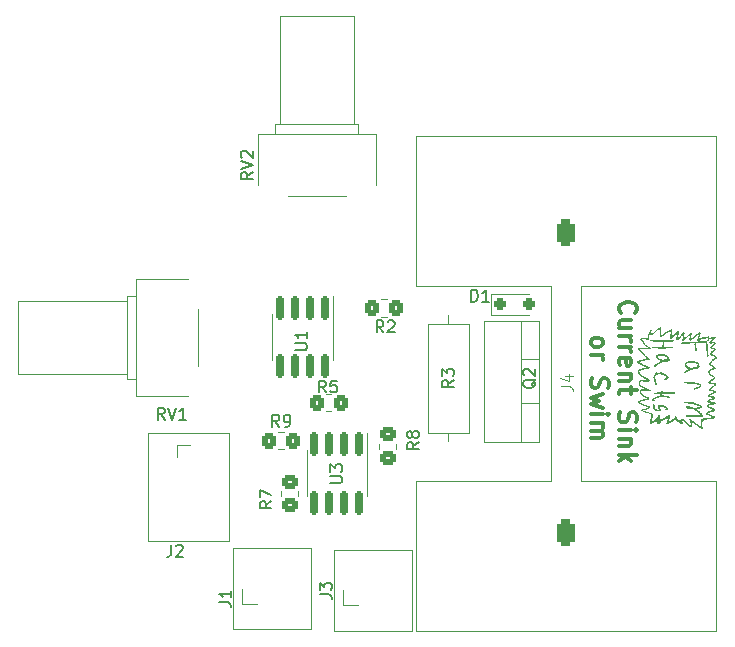
<source format=gbr>
%TF.GenerationSoftware,KiCad,Pcbnew,7.0.6*%
%TF.CreationDate,2023-07-30T21:01:10-06:00*%
%TF.ProjectId,current_sink_swim,63757272-656e-4745-9f73-696e6b5f7377,rev?*%
%TF.SameCoordinates,Original*%
%TF.FileFunction,Legend,Top*%
%TF.FilePolarity,Positive*%
%FSLAX46Y46*%
G04 Gerber Fmt 4.6, Leading zero omitted, Abs format (unit mm)*
G04 Created by KiCad (PCBNEW 7.0.6) date 2023-07-30 21:01:10*
%MOMM*%
%LPD*%
G01*
G04 APERTURE LIST*
G04 Aperture macros list*
%AMRoundRect*
0 Rectangle with rounded corners*
0 $1 Rounding radius*
0 $2 $3 $4 $5 $6 $7 $8 $9 X,Y pos of 4 corners*
0 Add a 4 corners polygon primitive as box body*
4,1,4,$2,$3,$4,$5,$6,$7,$8,$9,$2,$3,0*
0 Add four circle primitives for the rounded corners*
1,1,$1+$1,$2,$3*
1,1,$1+$1,$4,$5*
1,1,$1+$1,$6,$7*
1,1,$1+$1,$8,$9*
0 Add four rect primitives between the rounded corners*
20,1,$1+$1,$2,$3,$4,$5,0*
20,1,$1+$1,$4,$5,$6,$7,0*
20,1,$1+$1,$6,$7,$8,$9,0*
20,1,$1+$1,$8,$9,$2,$3,0*%
G04 Aperture macros list end*
%ADD10C,0.300000*%
%ADD11C,0.150000*%
%ADD12C,0.100000*%
%ADD13C,0.120000*%
%ADD14RoundRect,0.250000X-0.350000X-0.450000X0.350000X-0.450000X0.350000X0.450000X-0.350000X0.450000X0*%
%ADD15O,1.600000X1.600000*%
%ADD16C,1.600000*%
%ADD17R,2.000000X1.905000*%
%ADD18O,2.000000X1.905000*%
%ADD19C,4.600000*%
%ADD20C,1.800000*%
%ADD21RoundRect,0.150000X-0.150000X0.825000X-0.150000X-0.825000X0.150000X-0.825000X0.150000X0.825000X0*%
%ADD22RoundRect,0.250000X-0.450000X0.350000X-0.450000X-0.350000X0.450000X-0.350000X0.450000X0.350000X0*%
%ADD23R,1.700000X1.700000*%
%ADD24O,1.700000X1.700000*%
%ADD25RoundRect,0.250000X-0.250000X-0.250000X0.250000X-0.250000X0.250000X0.250000X-0.250000X0.250000X0*%
%ADD26RoundRect,0.250000X0.350000X0.450000X-0.350000X0.450000X-0.350000X-0.450000X0.350000X-0.450000X0*%
%ADD27RoundRect,0.381000X0.381000X-0.762000X0.381000X0.762000X-0.381000X0.762000X-0.381000X-0.762000X0*%
G04 APERTURE END LIST*
D10*
X147757028Y-44207143D02*
X147685600Y-44135715D01*
X147685600Y-44135715D02*
X147614171Y-43921429D01*
X147614171Y-43921429D02*
X147614171Y-43778572D01*
X147614171Y-43778572D02*
X147685600Y-43564286D01*
X147685600Y-43564286D02*
X147828457Y-43421429D01*
X147828457Y-43421429D02*
X147971314Y-43350000D01*
X147971314Y-43350000D02*
X148257028Y-43278572D01*
X148257028Y-43278572D02*
X148471314Y-43278572D01*
X148471314Y-43278572D02*
X148757028Y-43350000D01*
X148757028Y-43350000D02*
X148899885Y-43421429D01*
X148899885Y-43421429D02*
X149042742Y-43564286D01*
X149042742Y-43564286D02*
X149114171Y-43778572D01*
X149114171Y-43778572D02*
X149114171Y-43921429D01*
X149114171Y-43921429D02*
X149042742Y-44135715D01*
X149042742Y-44135715D02*
X148971314Y-44207143D01*
X148614171Y-45492858D02*
X147614171Y-45492858D01*
X148614171Y-44850000D02*
X147828457Y-44850000D01*
X147828457Y-44850000D02*
X147685600Y-44921429D01*
X147685600Y-44921429D02*
X147614171Y-45064286D01*
X147614171Y-45064286D02*
X147614171Y-45278572D01*
X147614171Y-45278572D02*
X147685600Y-45421429D01*
X147685600Y-45421429D02*
X147757028Y-45492858D01*
X147614171Y-46207143D02*
X148614171Y-46207143D01*
X148328457Y-46207143D02*
X148471314Y-46278572D01*
X148471314Y-46278572D02*
X148542742Y-46350001D01*
X148542742Y-46350001D02*
X148614171Y-46492858D01*
X148614171Y-46492858D02*
X148614171Y-46635715D01*
X147614171Y-47135714D02*
X148614171Y-47135714D01*
X148328457Y-47135714D02*
X148471314Y-47207143D01*
X148471314Y-47207143D02*
X148542742Y-47278572D01*
X148542742Y-47278572D02*
X148614171Y-47421429D01*
X148614171Y-47421429D02*
X148614171Y-47564286D01*
X147685600Y-48635714D02*
X147614171Y-48492857D01*
X147614171Y-48492857D02*
X147614171Y-48207143D01*
X147614171Y-48207143D02*
X147685600Y-48064285D01*
X147685600Y-48064285D02*
X147828457Y-47992857D01*
X147828457Y-47992857D02*
X148399885Y-47992857D01*
X148399885Y-47992857D02*
X148542742Y-48064285D01*
X148542742Y-48064285D02*
X148614171Y-48207143D01*
X148614171Y-48207143D02*
X148614171Y-48492857D01*
X148614171Y-48492857D02*
X148542742Y-48635714D01*
X148542742Y-48635714D02*
X148399885Y-48707143D01*
X148399885Y-48707143D02*
X148257028Y-48707143D01*
X148257028Y-48707143D02*
X148114171Y-47992857D01*
X148614171Y-49349999D02*
X147614171Y-49349999D01*
X148471314Y-49349999D02*
X148542742Y-49421428D01*
X148542742Y-49421428D02*
X148614171Y-49564285D01*
X148614171Y-49564285D02*
X148614171Y-49778571D01*
X148614171Y-49778571D02*
X148542742Y-49921428D01*
X148542742Y-49921428D02*
X148399885Y-49992857D01*
X148399885Y-49992857D02*
X147614171Y-49992857D01*
X148614171Y-50492857D02*
X148614171Y-51064285D01*
X149114171Y-50707142D02*
X147828457Y-50707142D01*
X147828457Y-50707142D02*
X147685600Y-50778571D01*
X147685600Y-50778571D02*
X147614171Y-50921428D01*
X147614171Y-50921428D02*
X147614171Y-51064285D01*
X147685600Y-52635714D02*
X147614171Y-52850000D01*
X147614171Y-52850000D02*
X147614171Y-53207142D01*
X147614171Y-53207142D02*
X147685600Y-53350000D01*
X147685600Y-53350000D02*
X147757028Y-53421428D01*
X147757028Y-53421428D02*
X147899885Y-53492857D01*
X147899885Y-53492857D02*
X148042742Y-53492857D01*
X148042742Y-53492857D02*
X148185600Y-53421428D01*
X148185600Y-53421428D02*
X148257028Y-53350000D01*
X148257028Y-53350000D02*
X148328457Y-53207142D01*
X148328457Y-53207142D02*
X148399885Y-52921428D01*
X148399885Y-52921428D02*
X148471314Y-52778571D01*
X148471314Y-52778571D02*
X148542742Y-52707142D01*
X148542742Y-52707142D02*
X148685600Y-52635714D01*
X148685600Y-52635714D02*
X148828457Y-52635714D01*
X148828457Y-52635714D02*
X148971314Y-52707142D01*
X148971314Y-52707142D02*
X149042742Y-52778571D01*
X149042742Y-52778571D02*
X149114171Y-52921428D01*
X149114171Y-52921428D02*
X149114171Y-53278571D01*
X149114171Y-53278571D02*
X149042742Y-53492857D01*
X147614171Y-54135713D02*
X148614171Y-54135713D01*
X149114171Y-54135713D02*
X149042742Y-54064285D01*
X149042742Y-54064285D02*
X148971314Y-54135713D01*
X148971314Y-54135713D02*
X149042742Y-54207142D01*
X149042742Y-54207142D02*
X149114171Y-54135713D01*
X149114171Y-54135713D02*
X148971314Y-54135713D01*
X148614171Y-54849999D02*
X147614171Y-54849999D01*
X148471314Y-54849999D02*
X148542742Y-54921428D01*
X148542742Y-54921428D02*
X148614171Y-55064285D01*
X148614171Y-55064285D02*
X148614171Y-55278571D01*
X148614171Y-55278571D02*
X148542742Y-55421428D01*
X148542742Y-55421428D02*
X148399885Y-55492857D01*
X148399885Y-55492857D02*
X147614171Y-55492857D01*
X147614171Y-56207142D02*
X149114171Y-56207142D01*
X148185600Y-56350000D02*
X147614171Y-56778571D01*
X148614171Y-56778571D02*
X148042742Y-56207142D01*
X145199171Y-46600000D02*
X145270600Y-46457143D01*
X145270600Y-46457143D02*
X145342028Y-46385714D01*
X145342028Y-46385714D02*
X145484885Y-46314286D01*
X145484885Y-46314286D02*
X145913457Y-46314286D01*
X145913457Y-46314286D02*
X146056314Y-46385714D01*
X146056314Y-46385714D02*
X146127742Y-46457143D01*
X146127742Y-46457143D02*
X146199171Y-46600000D01*
X146199171Y-46600000D02*
X146199171Y-46814286D01*
X146199171Y-46814286D02*
X146127742Y-46957143D01*
X146127742Y-46957143D02*
X146056314Y-47028572D01*
X146056314Y-47028572D02*
X145913457Y-47100000D01*
X145913457Y-47100000D02*
X145484885Y-47100000D01*
X145484885Y-47100000D02*
X145342028Y-47028572D01*
X145342028Y-47028572D02*
X145270600Y-46957143D01*
X145270600Y-46957143D02*
X145199171Y-46814286D01*
X145199171Y-46814286D02*
X145199171Y-46600000D01*
X145199171Y-47742857D02*
X146199171Y-47742857D01*
X145913457Y-47742857D02*
X146056314Y-47814286D01*
X146056314Y-47814286D02*
X146127742Y-47885715D01*
X146127742Y-47885715D02*
X146199171Y-48028572D01*
X146199171Y-48028572D02*
X146199171Y-48171429D01*
X145270600Y-49742857D02*
X145199171Y-49957143D01*
X145199171Y-49957143D02*
X145199171Y-50314285D01*
X145199171Y-50314285D02*
X145270600Y-50457143D01*
X145270600Y-50457143D02*
X145342028Y-50528571D01*
X145342028Y-50528571D02*
X145484885Y-50600000D01*
X145484885Y-50600000D02*
X145627742Y-50600000D01*
X145627742Y-50600000D02*
X145770600Y-50528571D01*
X145770600Y-50528571D02*
X145842028Y-50457143D01*
X145842028Y-50457143D02*
X145913457Y-50314285D01*
X145913457Y-50314285D02*
X145984885Y-50028571D01*
X145984885Y-50028571D02*
X146056314Y-49885714D01*
X146056314Y-49885714D02*
X146127742Y-49814285D01*
X146127742Y-49814285D02*
X146270600Y-49742857D01*
X146270600Y-49742857D02*
X146413457Y-49742857D01*
X146413457Y-49742857D02*
X146556314Y-49814285D01*
X146556314Y-49814285D02*
X146627742Y-49885714D01*
X146627742Y-49885714D02*
X146699171Y-50028571D01*
X146699171Y-50028571D02*
X146699171Y-50385714D01*
X146699171Y-50385714D02*
X146627742Y-50600000D01*
X146199171Y-51099999D02*
X145199171Y-51385714D01*
X145199171Y-51385714D02*
X145913457Y-51671428D01*
X145913457Y-51671428D02*
X145199171Y-51957142D01*
X145199171Y-51957142D02*
X146199171Y-52242856D01*
X145199171Y-52814285D02*
X146199171Y-52814285D01*
X146699171Y-52814285D02*
X146627742Y-52742857D01*
X146627742Y-52742857D02*
X146556314Y-52814285D01*
X146556314Y-52814285D02*
X146627742Y-52885714D01*
X146627742Y-52885714D02*
X146699171Y-52814285D01*
X146699171Y-52814285D02*
X146556314Y-52814285D01*
X145199171Y-53528571D02*
X146199171Y-53528571D01*
X146056314Y-53528571D02*
X146127742Y-53600000D01*
X146127742Y-53600000D02*
X146199171Y-53742857D01*
X146199171Y-53742857D02*
X146199171Y-53957143D01*
X146199171Y-53957143D02*
X146127742Y-54100000D01*
X146127742Y-54100000D02*
X145984885Y-54171429D01*
X145984885Y-54171429D02*
X145199171Y-54171429D01*
X145984885Y-54171429D02*
X146127742Y-54242857D01*
X146127742Y-54242857D02*
X146199171Y-54385714D01*
X146199171Y-54385714D02*
X146199171Y-54600000D01*
X146199171Y-54600000D02*
X146127742Y-54742857D01*
X146127742Y-54742857D02*
X145984885Y-54814286D01*
X145984885Y-54814286D02*
X145199171Y-54814286D01*
D11*
X127633333Y-45854819D02*
X127300000Y-45378628D01*
X127061905Y-45854819D02*
X127061905Y-44854819D01*
X127061905Y-44854819D02*
X127442857Y-44854819D01*
X127442857Y-44854819D02*
X127538095Y-44902438D01*
X127538095Y-44902438D02*
X127585714Y-44950057D01*
X127585714Y-44950057D02*
X127633333Y-45045295D01*
X127633333Y-45045295D02*
X127633333Y-45188152D01*
X127633333Y-45188152D02*
X127585714Y-45283390D01*
X127585714Y-45283390D02*
X127538095Y-45331009D01*
X127538095Y-45331009D02*
X127442857Y-45378628D01*
X127442857Y-45378628D02*
X127061905Y-45378628D01*
X128014286Y-44950057D02*
X128061905Y-44902438D01*
X128061905Y-44902438D02*
X128157143Y-44854819D01*
X128157143Y-44854819D02*
X128395238Y-44854819D01*
X128395238Y-44854819D02*
X128490476Y-44902438D01*
X128490476Y-44902438D02*
X128538095Y-44950057D01*
X128538095Y-44950057D02*
X128585714Y-45045295D01*
X128585714Y-45045295D02*
X128585714Y-45140533D01*
X128585714Y-45140533D02*
X128538095Y-45283390D01*
X128538095Y-45283390D02*
X127966667Y-45854819D01*
X127966667Y-45854819D02*
X128585714Y-45854819D01*
X133601619Y-49899866D02*
X133125428Y-50233199D01*
X133601619Y-50471294D02*
X132601619Y-50471294D01*
X132601619Y-50471294D02*
X132601619Y-50090342D01*
X132601619Y-50090342D02*
X132649238Y-49995104D01*
X132649238Y-49995104D02*
X132696857Y-49947485D01*
X132696857Y-49947485D02*
X132792095Y-49899866D01*
X132792095Y-49899866D02*
X132934952Y-49899866D01*
X132934952Y-49899866D02*
X133030190Y-49947485D01*
X133030190Y-49947485D02*
X133077809Y-49995104D01*
X133077809Y-49995104D02*
X133125428Y-50090342D01*
X133125428Y-50090342D02*
X133125428Y-50471294D01*
X132601619Y-49566532D02*
X132601619Y-48947485D01*
X132601619Y-48947485D02*
X132982571Y-49280818D01*
X132982571Y-49280818D02*
X132982571Y-49137961D01*
X132982571Y-49137961D02*
X133030190Y-49042723D01*
X133030190Y-49042723D02*
X133077809Y-48995104D01*
X133077809Y-48995104D02*
X133173047Y-48947485D01*
X133173047Y-48947485D02*
X133411142Y-48947485D01*
X133411142Y-48947485D02*
X133506380Y-48995104D01*
X133506380Y-48995104D02*
X133554000Y-49042723D01*
X133554000Y-49042723D02*
X133601619Y-49137961D01*
X133601619Y-49137961D02*
X133601619Y-49423675D01*
X133601619Y-49423675D02*
X133554000Y-49518913D01*
X133554000Y-49518913D02*
X133506380Y-49566532D01*
X140554857Y-49828438D02*
X140507238Y-49923676D01*
X140507238Y-49923676D02*
X140412000Y-50018914D01*
X140412000Y-50018914D02*
X140269142Y-50161771D01*
X140269142Y-50161771D02*
X140221523Y-50257009D01*
X140221523Y-50257009D02*
X140221523Y-50352247D01*
X140459619Y-50304628D02*
X140412000Y-50399866D01*
X140412000Y-50399866D02*
X140316761Y-50495104D01*
X140316761Y-50495104D02*
X140126285Y-50542723D01*
X140126285Y-50542723D02*
X139792952Y-50542723D01*
X139792952Y-50542723D02*
X139602476Y-50495104D01*
X139602476Y-50495104D02*
X139507238Y-50399866D01*
X139507238Y-50399866D02*
X139459619Y-50304628D01*
X139459619Y-50304628D02*
X139459619Y-50114152D01*
X139459619Y-50114152D02*
X139507238Y-50018914D01*
X139507238Y-50018914D02*
X139602476Y-49923676D01*
X139602476Y-49923676D02*
X139792952Y-49876057D01*
X139792952Y-49876057D02*
X140126285Y-49876057D01*
X140126285Y-49876057D02*
X140316761Y-49923676D01*
X140316761Y-49923676D02*
X140412000Y-50018914D01*
X140412000Y-50018914D02*
X140459619Y-50114152D01*
X140459619Y-50114152D02*
X140459619Y-50304628D01*
X139554857Y-49495104D02*
X139507238Y-49447485D01*
X139507238Y-49447485D02*
X139459619Y-49352247D01*
X139459619Y-49352247D02*
X139459619Y-49114152D01*
X139459619Y-49114152D02*
X139507238Y-49018914D01*
X139507238Y-49018914D02*
X139554857Y-48971295D01*
X139554857Y-48971295D02*
X139650095Y-48923676D01*
X139650095Y-48923676D02*
X139745333Y-48923676D01*
X139745333Y-48923676D02*
X139888190Y-48971295D01*
X139888190Y-48971295D02*
X140459619Y-49542723D01*
X140459619Y-49542723D02*
X140459619Y-48923676D01*
X109104761Y-53254819D02*
X108771428Y-52778628D01*
X108533333Y-53254819D02*
X108533333Y-52254819D01*
X108533333Y-52254819D02*
X108914285Y-52254819D01*
X108914285Y-52254819D02*
X109009523Y-52302438D01*
X109009523Y-52302438D02*
X109057142Y-52350057D01*
X109057142Y-52350057D02*
X109104761Y-52445295D01*
X109104761Y-52445295D02*
X109104761Y-52588152D01*
X109104761Y-52588152D02*
X109057142Y-52683390D01*
X109057142Y-52683390D02*
X109009523Y-52731009D01*
X109009523Y-52731009D02*
X108914285Y-52778628D01*
X108914285Y-52778628D02*
X108533333Y-52778628D01*
X109390476Y-52254819D02*
X109723809Y-53254819D01*
X109723809Y-53254819D02*
X110057142Y-52254819D01*
X110914285Y-53254819D02*
X110342857Y-53254819D01*
X110628571Y-53254819D02*
X110628571Y-52254819D01*
X110628571Y-52254819D02*
X110533333Y-52397676D01*
X110533333Y-52397676D02*
X110438095Y-52492914D01*
X110438095Y-52492914D02*
X110342857Y-52540533D01*
X123152819Y-58608904D02*
X123962342Y-58608904D01*
X123962342Y-58608904D02*
X124057580Y-58561285D01*
X124057580Y-58561285D02*
X124105200Y-58513666D01*
X124105200Y-58513666D02*
X124152819Y-58418428D01*
X124152819Y-58418428D02*
X124152819Y-58227952D01*
X124152819Y-58227952D02*
X124105200Y-58132714D01*
X124105200Y-58132714D02*
X124057580Y-58085095D01*
X124057580Y-58085095D02*
X123962342Y-58037476D01*
X123962342Y-58037476D02*
X123152819Y-58037476D01*
X123152819Y-57656523D02*
X123152819Y-57037476D01*
X123152819Y-57037476D02*
X123533771Y-57370809D01*
X123533771Y-57370809D02*
X123533771Y-57227952D01*
X123533771Y-57227952D02*
X123581390Y-57132714D01*
X123581390Y-57132714D02*
X123629009Y-57085095D01*
X123629009Y-57085095D02*
X123724247Y-57037476D01*
X123724247Y-57037476D02*
X123962342Y-57037476D01*
X123962342Y-57037476D02*
X124057580Y-57085095D01*
X124057580Y-57085095D02*
X124105200Y-57132714D01*
X124105200Y-57132714D02*
X124152819Y-57227952D01*
X124152819Y-57227952D02*
X124152819Y-57513666D01*
X124152819Y-57513666D02*
X124105200Y-57608904D01*
X124105200Y-57608904D02*
X124057580Y-57656523D01*
X116554819Y-32295238D02*
X116078628Y-32628571D01*
X116554819Y-32866666D02*
X115554819Y-32866666D01*
X115554819Y-32866666D02*
X115554819Y-32485714D01*
X115554819Y-32485714D02*
X115602438Y-32390476D01*
X115602438Y-32390476D02*
X115650057Y-32342857D01*
X115650057Y-32342857D02*
X115745295Y-32295238D01*
X115745295Y-32295238D02*
X115888152Y-32295238D01*
X115888152Y-32295238D02*
X115983390Y-32342857D01*
X115983390Y-32342857D02*
X116031009Y-32390476D01*
X116031009Y-32390476D02*
X116078628Y-32485714D01*
X116078628Y-32485714D02*
X116078628Y-32866666D01*
X115554819Y-32009523D02*
X116554819Y-31676190D01*
X116554819Y-31676190D02*
X115554819Y-31342857D01*
X115650057Y-31057142D02*
X115602438Y-31009523D01*
X115602438Y-31009523D02*
X115554819Y-30914285D01*
X115554819Y-30914285D02*
X115554819Y-30676190D01*
X115554819Y-30676190D02*
X115602438Y-30580952D01*
X115602438Y-30580952D02*
X115650057Y-30533333D01*
X115650057Y-30533333D02*
X115745295Y-30485714D01*
X115745295Y-30485714D02*
X115840533Y-30485714D01*
X115840533Y-30485714D02*
X115983390Y-30533333D01*
X115983390Y-30533333D02*
X116554819Y-31104761D01*
X116554819Y-31104761D02*
X116554819Y-30485714D01*
X118154819Y-60166666D02*
X117678628Y-60499999D01*
X118154819Y-60738094D02*
X117154819Y-60738094D01*
X117154819Y-60738094D02*
X117154819Y-60357142D01*
X117154819Y-60357142D02*
X117202438Y-60261904D01*
X117202438Y-60261904D02*
X117250057Y-60214285D01*
X117250057Y-60214285D02*
X117345295Y-60166666D01*
X117345295Y-60166666D02*
X117488152Y-60166666D01*
X117488152Y-60166666D02*
X117583390Y-60214285D01*
X117583390Y-60214285D02*
X117631009Y-60261904D01*
X117631009Y-60261904D02*
X117678628Y-60357142D01*
X117678628Y-60357142D02*
X117678628Y-60738094D01*
X117154819Y-59833332D02*
X117154819Y-59166666D01*
X117154819Y-59166666D02*
X118154819Y-59595237D01*
X109666666Y-63854819D02*
X109666666Y-64569104D01*
X109666666Y-64569104D02*
X109619047Y-64711961D01*
X109619047Y-64711961D02*
X109523809Y-64807200D01*
X109523809Y-64807200D02*
X109380952Y-64854819D01*
X109380952Y-64854819D02*
X109285714Y-64854819D01*
X110095238Y-63950057D02*
X110142857Y-63902438D01*
X110142857Y-63902438D02*
X110238095Y-63854819D01*
X110238095Y-63854819D02*
X110476190Y-63854819D01*
X110476190Y-63854819D02*
X110571428Y-63902438D01*
X110571428Y-63902438D02*
X110619047Y-63950057D01*
X110619047Y-63950057D02*
X110666666Y-64045295D01*
X110666666Y-64045295D02*
X110666666Y-64140533D01*
X110666666Y-64140533D02*
X110619047Y-64283390D01*
X110619047Y-64283390D02*
X110047619Y-64854819D01*
X110047619Y-64854819D02*
X110666666Y-64854819D01*
X122263819Y-68049733D02*
X122978104Y-68049733D01*
X122978104Y-68049733D02*
X123120961Y-68097352D01*
X123120961Y-68097352D02*
X123216200Y-68192590D01*
X123216200Y-68192590D02*
X123263819Y-68335447D01*
X123263819Y-68335447D02*
X123263819Y-68430685D01*
X122263819Y-67668780D02*
X122263819Y-67049733D01*
X122263819Y-67049733D02*
X122644771Y-67383066D01*
X122644771Y-67383066D02*
X122644771Y-67240209D01*
X122644771Y-67240209D02*
X122692390Y-67144971D01*
X122692390Y-67144971D02*
X122740009Y-67097352D01*
X122740009Y-67097352D02*
X122835247Y-67049733D01*
X122835247Y-67049733D02*
X123073342Y-67049733D01*
X123073342Y-67049733D02*
X123168580Y-67097352D01*
X123168580Y-67097352D02*
X123216200Y-67144971D01*
X123216200Y-67144971D02*
X123263819Y-67240209D01*
X123263819Y-67240209D02*
X123263819Y-67525923D01*
X123263819Y-67525923D02*
X123216200Y-67621161D01*
X123216200Y-67621161D02*
X123168580Y-67668780D01*
X118806933Y-53846619D02*
X118473600Y-53370428D01*
X118235505Y-53846619D02*
X118235505Y-52846619D01*
X118235505Y-52846619D02*
X118616457Y-52846619D01*
X118616457Y-52846619D02*
X118711695Y-52894238D01*
X118711695Y-52894238D02*
X118759314Y-52941857D01*
X118759314Y-52941857D02*
X118806933Y-53037095D01*
X118806933Y-53037095D02*
X118806933Y-53179952D01*
X118806933Y-53179952D02*
X118759314Y-53275190D01*
X118759314Y-53275190D02*
X118711695Y-53322809D01*
X118711695Y-53322809D02*
X118616457Y-53370428D01*
X118616457Y-53370428D02*
X118235505Y-53370428D01*
X119283124Y-53846619D02*
X119473600Y-53846619D01*
X119473600Y-53846619D02*
X119568838Y-53799000D01*
X119568838Y-53799000D02*
X119616457Y-53751380D01*
X119616457Y-53751380D02*
X119711695Y-53608523D01*
X119711695Y-53608523D02*
X119759314Y-53418047D01*
X119759314Y-53418047D02*
X119759314Y-53037095D01*
X119759314Y-53037095D02*
X119711695Y-52941857D01*
X119711695Y-52941857D02*
X119664076Y-52894238D01*
X119664076Y-52894238D02*
X119568838Y-52846619D01*
X119568838Y-52846619D02*
X119378362Y-52846619D01*
X119378362Y-52846619D02*
X119283124Y-52894238D01*
X119283124Y-52894238D02*
X119235505Y-52941857D01*
X119235505Y-52941857D02*
X119187886Y-53037095D01*
X119187886Y-53037095D02*
X119187886Y-53275190D01*
X119187886Y-53275190D02*
X119235505Y-53370428D01*
X119235505Y-53370428D02*
X119283124Y-53418047D01*
X119283124Y-53418047D02*
X119378362Y-53465666D01*
X119378362Y-53465666D02*
X119568838Y-53465666D01*
X119568838Y-53465666D02*
X119664076Y-53418047D01*
X119664076Y-53418047D02*
X119711695Y-53370428D01*
X119711695Y-53370428D02*
X119759314Y-53275190D01*
X113729419Y-68733333D02*
X114443704Y-68733333D01*
X114443704Y-68733333D02*
X114586561Y-68780952D01*
X114586561Y-68780952D02*
X114681800Y-68876190D01*
X114681800Y-68876190D02*
X114729419Y-69019047D01*
X114729419Y-69019047D02*
X114729419Y-69114285D01*
X114729419Y-67733333D02*
X114729419Y-68304761D01*
X114729419Y-68019047D02*
X113729419Y-68019047D01*
X113729419Y-68019047D02*
X113872276Y-68114285D01*
X113872276Y-68114285D02*
X113967514Y-68209523D01*
X113967514Y-68209523D02*
X114015133Y-68304761D01*
X135061905Y-43254819D02*
X135061905Y-42254819D01*
X135061905Y-42254819D02*
X135300000Y-42254819D01*
X135300000Y-42254819D02*
X135442857Y-42302438D01*
X135442857Y-42302438D02*
X135538095Y-42397676D01*
X135538095Y-42397676D02*
X135585714Y-42492914D01*
X135585714Y-42492914D02*
X135633333Y-42683390D01*
X135633333Y-42683390D02*
X135633333Y-42826247D01*
X135633333Y-42826247D02*
X135585714Y-43016723D01*
X135585714Y-43016723D02*
X135538095Y-43111961D01*
X135538095Y-43111961D02*
X135442857Y-43207200D01*
X135442857Y-43207200D02*
X135300000Y-43254819D01*
X135300000Y-43254819D02*
X135061905Y-43254819D01*
X136585714Y-43254819D02*
X136014286Y-43254819D01*
X136300000Y-43254819D02*
X136300000Y-42254819D01*
X136300000Y-42254819D02*
X136204762Y-42397676D01*
X136204762Y-42397676D02*
X136109524Y-42492914D01*
X136109524Y-42492914D02*
X136014286Y-42540533D01*
X120154819Y-47361904D02*
X120964342Y-47361904D01*
X120964342Y-47361904D02*
X121059580Y-47314285D01*
X121059580Y-47314285D02*
X121107200Y-47266666D01*
X121107200Y-47266666D02*
X121154819Y-47171428D01*
X121154819Y-47171428D02*
X121154819Y-46980952D01*
X121154819Y-46980952D02*
X121107200Y-46885714D01*
X121107200Y-46885714D02*
X121059580Y-46838095D01*
X121059580Y-46838095D02*
X120964342Y-46790476D01*
X120964342Y-46790476D02*
X120154819Y-46790476D01*
X121154819Y-45790476D02*
X121154819Y-46361904D01*
X121154819Y-46076190D02*
X120154819Y-46076190D01*
X120154819Y-46076190D02*
X120297676Y-46171428D01*
X120297676Y-46171428D02*
X120392914Y-46266666D01*
X120392914Y-46266666D02*
X120440533Y-46361904D01*
X122769333Y-50950019D02*
X122436000Y-50473828D01*
X122197905Y-50950019D02*
X122197905Y-49950019D01*
X122197905Y-49950019D02*
X122578857Y-49950019D01*
X122578857Y-49950019D02*
X122674095Y-49997638D01*
X122674095Y-49997638D02*
X122721714Y-50045257D01*
X122721714Y-50045257D02*
X122769333Y-50140495D01*
X122769333Y-50140495D02*
X122769333Y-50283352D01*
X122769333Y-50283352D02*
X122721714Y-50378590D01*
X122721714Y-50378590D02*
X122674095Y-50426209D01*
X122674095Y-50426209D02*
X122578857Y-50473828D01*
X122578857Y-50473828D02*
X122197905Y-50473828D01*
X123674095Y-49950019D02*
X123197905Y-49950019D01*
X123197905Y-49950019D02*
X123150286Y-50426209D01*
X123150286Y-50426209D02*
X123197905Y-50378590D01*
X123197905Y-50378590D02*
X123293143Y-50330971D01*
X123293143Y-50330971D02*
X123531238Y-50330971D01*
X123531238Y-50330971D02*
X123626476Y-50378590D01*
X123626476Y-50378590D02*
X123674095Y-50426209D01*
X123674095Y-50426209D02*
X123721714Y-50521447D01*
X123721714Y-50521447D02*
X123721714Y-50759542D01*
X123721714Y-50759542D02*
X123674095Y-50854780D01*
X123674095Y-50854780D02*
X123626476Y-50902400D01*
X123626476Y-50902400D02*
X123531238Y-50950019D01*
X123531238Y-50950019D02*
X123293143Y-50950019D01*
X123293143Y-50950019D02*
X123197905Y-50902400D01*
X123197905Y-50902400D02*
X123150286Y-50854780D01*
D12*
X142657419Y-50433333D02*
X143371704Y-50433333D01*
X143371704Y-50433333D02*
X143514561Y-50480952D01*
X143514561Y-50480952D02*
X143609800Y-50576190D01*
X143609800Y-50576190D02*
X143657419Y-50719047D01*
X143657419Y-50719047D02*
X143657419Y-50814285D01*
X142990752Y-49528571D02*
X143657419Y-49528571D01*
X142609800Y-49766666D02*
X143324085Y-50004761D01*
X143324085Y-50004761D02*
X143324085Y-49385714D01*
D11*
X130654819Y-55166666D02*
X130178628Y-55499999D01*
X130654819Y-55738094D02*
X129654819Y-55738094D01*
X129654819Y-55738094D02*
X129654819Y-55357142D01*
X129654819Y-55357142D02*
X129702438Y-55261904D01*
X129702438Y-55261904D02*
X129750057Y-55214285D01*
X129750057Y-55214285D02*
X129845295Y-55166666D01*
X129845295Y-55166666D02*
X129988152Y-55166666D01*
X129988152Y-55166666D02*
X130083390Y-55214285D01*
X130083390Y-55214285D02*
X130131009Y-55261904D01*
X130131009Y-55261904D02*
X130178628Y-55357142D01*
X130178628Y-55357142D02*
X130178628Y-55738094D01*
X130083390Y-54595237D02*
X130035771Y-54690475D01*
X130035771Y-54690475D02*
X129988152Y-54738094D01*
X129988152Y-54738094D02*
X129892914Y-54785713D01*
X129892914Y-54785713D02*
X129845295Y-54785713D01*
X129845295Y-54785713D02*
X129750057Y-54738094D01*
X129750057Y-54738094D02*
X129702438Y-54690475D01*
X129702438Y-54690475D02*
X129654819Y-54595237D01*
X129654819Y-54595237D02*
X129654819Y-54404761D01*
X129654819Y-54404761D02*
X129702438Y-54309523D01*
X129702438Y-54309523D02*
X129750057Y-54261904D01*
X129750057Y-54261904D02*
X129845295Y-54214285D01*
X129845295Y-54214285D02*
X129892914Y-54214285D01*
X129892914Y-54214285D02*
X129988152Y-54261904D01*
X129988152Y-54261904D02*
X130035771Y-54309523D01*
X130035771Y-54309523D02*
X130083390Y-54404761D01*
X130083390Y-54404761D02*
X130083390Y-54595237D01*
X130083390Y-54595237D02*
X130131009Y-54690475D01*
X130131009Y-54690475D02*
X130178628Y-54738094D01*
X130178628Y-54738094D02*
X130273866Y-54785713D01*
X130273866Y-54785713D02*
X130464342Y-54785713D01*
X130464342Y-54785713D02*
X130559580Y-54738094D01*
X130559580Y-54738094D02*
X130607200Y-54690475D01*
X130607200Y-54690475D02*
X130654819Y-54595237D01*
X130654819Y-54595237D02*
X130654819Y-54404761D01*
X130654819Y-54404761D02*
X130607200Y-54309523D01*
X130607200Y-54309523D02*
X130559580Y-54261904D01*
X130559580Y-54261904D02*
X130464342Y-54214285D01*
X130464342Y-54214285D02*
X130273866Y-54214285D01*
X130273866Y-54214285D02*
X130178628Y-54261904D01*
X130178628Y-54261904D02*
X130131009Y-54309523D01*
X130131009Y-54309523D02*
X130083390Y-54404761D01*
%TO.C,G\u002A\u002A\u002A*%
G36*
X153265350Y-50050824D02*
G01*
X153333572Y-50052279D01*
X153410040Y-50055445D01*
X153486676Y-50059899D01*
X153555405Y-50065218D01*
X153574043Y-50066997D01*
X153633240Y-50072400D01*
X153694264Y-50076972D01*
X153751069Y-50080325D01*
X153797607Y-50082069D01*
X153810172Y-50082226D01*
X153853664Y-50083413D01*
X153894597Y-50086369D01*
X153926351Y-50090550D01*
X153935181Y-50092492D01*
X153959839Y-50098139D01*
X153997122Y-50105469D01*
X154041344Y-50113402D01*
X154074080Y-50118848D01*
X154143910Y-50130509D01*
X154209854Y-50142379D01*
X154268396Y-50153771D01*
X154316025Y-50163998D01*
X154349224Y-50172372D01*
X154351878Y-50173161D01*
X154418494Y-50198509D01*
X154474908Y-50230175D01*
X154519415Y-50266509D01*
X154550313Y-50305861D01*
X154565897Y-50346578D01*
X154565919Y-50380579D01*
X154550059Y-50420505D01*
X154518017Y-50462546D01*
X154471624Y-50504532D01*
X154444477Y-50524246D01*
X154412470Y-50545478D01*
X154384392Y-50562516D01*
X154356194Y-50577255D01*
X154323826Y-50591590D01*
X154283239Y-50607416D01*
X154230381Y-50626631D01*
X154211020Y-50633519D01*
X154163327Y-50651114D01*
X154118375Y-50668907D01*
X154080940Y-50684931D01*
X154055798Y-50697216D01*
X154054125Y-50698174D01*
X154011226Y-50717117D01*
X153974501Y-50719293D01*
X153942127Y-50704640D01*
X153929839Y-50693905D01*
X153909788Y-50669941D01*
X153903679Y-50648094D01*
X153909770Y-50620629D01*
X153911988Y-50614595D01*
X153920243Y-50601379D01*
X153936067Y-50587935D01*
X153961338Y-50573363D01*
X153997933Y-50556764D01*
X154047731Y-50537238D01*
X154112608Y-50513884D01*
X154146945Y-50501982D01*
X154193652Y-50485608D01*
X154236439Y-50470021D01*
X154270992Y-50456831D01*
X154293000Y-50447650D01*
X154295104Y-50446643D01*
X154326032Y-50429725D01*
X154357315Y-50410076D01*
X154384828Y-50390614D01*
X154404447Y-50374260D01*
X154412048Y-50363932D01*
X154412050Y-50363852D01*
X154403838Y-50353891D01*
X154381857Y-50340560D01*
X154350132Y-50325626D01*
X154312687Y-50310855D01*
X154273546Y-50298015D01*
X154245389Y-50290689D01*
X154161858Y-50274013D01*
X154063254Y-50257734D01*
X153953021Y-50242231D01*
X153834604Y-50227880D01*
X153711450Y-50215060D01*
X153587005Y-50204148D01*
X153464712Y-50195522D01*
X153348019Y-50189559D01*
X153310135Y-50188202D01*
X153252580Y-50185967D01*
X153200032Y-50183136D01*
X153155825Y-50179950D01*
X153123290Y-50176652D01*
X153105759Y-50173483D01*
X153105303Y-50173320D01*
X153083189Y-50157377D01*
X153066072Y-50132485D01*
X153060117Y-50109897D01*
X153065664Y-50097986D01*
X153079325Y-50079343D01*
X153082467Y-50075608D01*
X153104816Y-50049627D01*
X153265350Y-50050824D01*
G37*
G36*
X150526689Y-51938023D02*
G01*
X150553696Y-51948200D01*
X150573569Y-51962062D01*
X150581041Y-51971077D01*
X150586045Y-51982723D01*
X150588965Y-52000400D01*
X150590185Y-52027507D01*
X150590088Y-52067445D01*
X150589478Y-52103051D01*
X150588773Y-52154496D01*
X150589279Y-52191135D01*
X150591373Y-52216667D01*
X150595431Y-52234786D01*
X150601828Y-52249189D01*
X150604884Y-52254348D01*
X150629621Y-52284659D01*
X150665815Y-52317445D01*
X150707834Y-52348046D01*
X150742536Y-52368168D01*
X150781594Y-52385121D01*
X150823331Y-52398783D01*
X150864184Y-52408564D01*
X150900589Y-52413872D01*
X150928982Y-52414115D01*
X150945800Y-52408702D01*
X150948852Y-52402411D01*
X150945201Y-52389047D01*
X150935303Y-52362891D01*
X150920744Y-52327935D01*
X150906025Y-52294584D01*
X150887097Y-52251759D01*
X150875056Y-52220871D01*
X150868685Y-52197203D01*
X150866766Y-52176041D01*
X150868082Y-52152669D01*
X150868444Y-52149051D01*
X150875260Y-52111523D01*
X150888443Y-52084370D01*
X150899697Y-52070852D01*
X150921854Y-52049159D01*
X150943040Y-52033635D01*
X150966931Y-52023278D01*
X150997202Y-52017083D01*
X151037527Y-52014046D01*
X151091582Y-52013165D01*
X151110901Y-52013170D01*
X151167272Y-52013768D01*
X151210843Y-52015705D01*
X151247322Y-52019656D01*
X151282417Y-52026293D01*
X151321836Y-52036293D01*
X151333139Y-52039426D01*
X151439933Y-52074205D01*
X151532465Y-52114473D01*
X151609960Y-52159678D01*
X151671643Y-52209271D01*
X151716738Y-52262701D01*
X151744470Y-52319418D01*
X151748694Y-52334438D01*
X151749018Y-52371650D01*
X151733927Y-52405387D01*
X151706526Y-52432259D01*
X151669919Y-52448872D01*
X151640572Y-52452580D01*
X151619448Y-52448358D01*
X151587935Y-52437360D01*
X151551676Y-52422086D01*
X151516311Y-52405038D01*
X151487480Y-52388716D01*
X151473690Y-52378594D01*
X151478209Y-52375777D01*
X151497203Y-52374846D01*
X151526707Y-52375966D01*
X151530323Y-52376215D01*
X151567824Y-52377273D01*
X151597512Y-52375041D01*
X151612010Y-52370998D01*
X151620024Y-52364755D01*
X151619963Y-52356692D01*
X151610059Y-52343472D01*
X151588543Y-52321755D01*
X151583158Y-52316548D01*
X151520399Y-52267522D01*
X151443108Y-52226362D01*
X151353920Y-52193994D01*
X151255473Y-52171340D01*
X151150403Y-52159325D01*
X151131881Y-52158399D01*
X151083899Y-52156850D01*
X151051427Y-52156959D01*
X151031511Y-52158956D01*
X151021195Y-52163069D01*
X151018148Y-52167214D01*
X151019795Y-52180592D01*
X151028184Y-52206569D01*
X151041879Y-52241130D01*
X151055732Y-52272349D01*
X151074063Y-52314839D01*
X151089397Y-52355948D01*
X151099734Y-52390004D01*
X151102875Y-52406105D01*
X151100436Y-52455248D01*
X151082556Y-52495761D01*
X151050507Y-52526988D01*
X151005562Y-52548276D01*
X150948995Y-52558968D01*
X150882078Y-52558410D01*
X150823621Y-52549766D01*
X150756098Y-52531294D01*
X150687446Y-52503997D01*
X150621891Y-52470214D01*
X150563657Y-52432290D01*
X150516971Y-52392567D01*
X150495545Y-52367883D01*
X150463344Y-52319266D01*
X150442241Y-52273262D01*
X150430092Y-52223355D01*
X150424750Y-52163027D01*
X150424375Y-52151632D01*
X150425025Y-52083668D01*
X150431118Y-52033119D01*
X150435222Y-52017363D01*
X150454357Y-51976155D01*
X150479889Y-51948820D01*
X150509720Y-51937180D01*
X150526689Y-51938023D01*
G37*
G36*
X151210389Y-49253499D02*
G01*
X151314052Y-49270783D01*
X151409167Y-49303703D01*
X151494825Y-49351943D01*
X151570117Y-49415189D01*
X151570356Y-49415431D01*
X151604937Y-49448357D01*
X151642452Y-49480756D01*
X151666497Y-49499390D01*
X151676128Y-49506854D01*
X151683866Y-49512193D01*
X151737099Y-49554207D01*
X151771856Y-49597372D01*
X151788150Y-49641779D01*
X151785995Y-49687516D01*
X151765403Y-49734675D01*
X151726389Y-49783344D01*
X151724317Y-49785454D01*
X151687437Y-49818035D01*
X151643828Y-49849265D01*
X151597222Y-49877209D01*
X151551349Y-49899931D01*
X151509942Y-49915496D01*
X151476734Y-49921967D01*
X151463147Y-49920908D01*
X151440647Y-49906971D01*
X151423384Y-49882102D01*
X151415578Y-49853864D01*
X151417172Y-49838501D01*
X151426506Y-49821696D01*
X151444989Y-49797102D01*
X151468646Y-49770000D01*
X151469010Y-49769612D01*
X151509177Y-49720753D01*
X151532816Y-49676282D01*
X151535695Y-49660710D01*
X151661867Y-49660710D01*
X151666497Y-49665340D01*
X151671127Y-49660710D01*
X151666497Y-49656080D01*
X151661867Y-49660710D01*
X151535695Y-49660710D01*
X151540659Y-49633865D01*
X151533433Y-49591166D01*
X151528713Y-49578611D01*
X151520742Y-49563375D01*
X151509050Y-49551492D01*
X151489740Y-49540510D01*
X151458919Y-49527978D01*
X151433798Y-49518879D01*
X151398945Y-49507330D01*
X151351048Y-49492590D01*
X151294324Y-49475845D01*
X151232992Y-49458282D01*
X151171269Y-49441087D01*
X151113372Y-49425447D01*
X151063519Y-49412549D01*
X151025928Y-49403578D01*
X151017949Y-49401886D01*
X150983997Y-49401671D01*
X150939387Y-49410927D01*
X150888237Y-49427963D01*
X150834664Y-49451085D01*
X150782786Y-49478600D01*
X150736722Y-49508816D01*
X150714728Y-49526526D01*
X150686741Y-49553022D01*
X150666081Y-49578294D01*
X150652577Y-49604922D01*
X150646060Y-49635490D01*
X150646363Y-49672580D01*
X150653315Y-49718773D01*
X150666748Y-49776652D01*
X150686493Y-49848799D01*
X150692306Y-49869058D01*
X150709941Y-49932057D01*
X150728747Y-50002410D01*
X150746663Y-50072223D01*
X150761629Y-50133607D01*
X150763819Y-50143017D01*
X150775586Y-50195069D01*
X150783227Y-50232474D01*
X150787108Y-50258552D01*
X150787597Y-50276624D01*
X150785060Y-50290010D01*
X150781094Y-50299582D01*
X150761038Y-50328265D01*
X150736448Y-50339756D01*
X150714163Y-50337874D01*
X150688342Y-50322265D01*
X150664145Y-50289686D01*
X150642436Y-50241672D01*
X150624075Y-50179756D01*
X150623219Y-50176144D01*
X150605455Y-50103137D01*
X150584261Y-50020382D01*
X150561702Y-49935697D01*
X150539844Y-49856900D01*
X150528640Y-49818129D01*
X150511994Y-49750838D01*
X150502393Y-49687769D01*
X150500338Y-49633367D01*
X150504138Y-49600520D01*
X150523573Y-49541694D01*
X150555864Y-49488459D01*
X150602917Y-49438292D01*
X150661287Y-49392392D01*
X150690503Y-49371592D01*
X150706032Y-49359135D01*
X150709461Y-49352890D01*
X150702379Y-49350727D01*
X150692516Y-49350502D01*
X150663172Y-49344025D01*
X150646938Y-49325869D01*
X150644878Y-49302629D01*
X150656993Y-49280152D01*
X150685482Y-49265489D01*
X150729896Y-49258715D01*
X150789784Y-49259902D01*
X150857743Y-49268023D01*
X150906435Y-49273279D01*
X150944875Y-49271626D01*
X150963454Y-49267949D01*
X150990482Y-49262972D01*
X151029626Y-49258024D01*
X151074492Y-49253850D01*
X151099089Y-49252165D01*
X151210389Y-49253499D01*
G37*
G36*
X151260366Y-47686267D02*
G01*
X151260597Y-47686274D01*
X151363771Y-47697153D01*
X151459478Y-47718740D01*
X151546268Y-47750068D01*
X151622694Y-47790172D01*
X151687304Y-47838083D01*
X151738649Y-47892835D01*
X151775279Y-47953461D01*
X151795745Y-48018995D01*
X151799011Y-48045377D01*
X151802111Y-48075559D01*
X151807628Y-48092703D01*
X151818246Y-48102291D01*
X151829254Y-48107104D01*
X151855052Y-48125637D01*
X151873766Y-48155258D01*
X151881812Y-48188867D01*
X151880081Y-48207785D01*
X151869958Y-48228680D01*
X151850822Y-48254884D01*
X151834826Y-48272507D01*
X151796230Y-48302795D01*
X151747303Y-48326058D01*
X151686713Y-48342519D01*
X151613128Y-48352402D01*
X151525216Y-48355928D01*
X151421644Y-48353322D01*
X151370179Y-48350249D01*
X151340306Y-48348641D01*
X151317246Y-48349558D01*
X151295712Y-48354391D01*
X151270418Y-48364532D01*
X151236077Y-48381375D01*
X151219188Y-48390010D01*
X151171111Y-48415709D01*
X151113556Y-48448101D01*
X151050592Y-48484742D01*
X150986292Y-48523186D01*
X150924726Y-48560990D01*
X150869965Y-48595708D01*
X150826079Y-48624897D01*
X150814583Y-48632967D01*
X150785927Y-48654760D01*
X150757362Y-48678615D01*
X150731818Y-48701763D01*
X150712223Y-48721439D01*
X150701508Y-48734875D01*
X150701973Y-48739346D01*
X150703583Y-48746081D01*
X150698834Y-48757866D01*
X150681994Y-48771784D01*
X150655222Y-48777446D01*
X150625114Y-48774958D01*
X150598263Y-48764421D01*
X150588075Y-48756120D01*
X150574596Y-48730395D01*
X150569576Y-48696099D01*
X150574032Y-48661623D01*
X150575934Y-48656007D01*
X150593062Y-48628161D01*
X150625064Y-48593806D01*
X150670236Y-48554684D01*
X150690105Y-48539229D01*
X150721866Y-48516465D01*
X150765455Y-48487020D01*
X150817205Y-48453200D01*
X150873448Y-48417311D01*
X150930515Y-48381658D01*
X150984739Y-48348549D01*
X151032452Y-48320289D01*
X151069986Y-48299183D01*
X151081431Y-48293209D01*
X151126041Y-48270755D01*
X151044003Y-48231769D01*
X150968690Y-48193788D01*
X150897403Y-48153676D01*
X150832771Y-48113179D01*
X150777419Y-48074045D01*
X150733974Y-48038022D01*
X150705064Y-48006858D01*
X150704190Y-48005659D01*
X150679230Y-47958944D01*
X150672597Y-47919329D01*
X150830991Y-47919329D01*
X150839411Y-47928027D01*
X150860212Y-47944465D01*
X150890255Y-47966280D01*
X150926077Y-47990894D01*
X150998085Y-48036874D01*
X151069109Y-48077991D01*
X151137008Y-48113307D01*
X151199641Y-48141884D01*
X151254868Y-48162784D01*
X151300547Y-48175068D01*
X151334537Y-48177799D01*
X151346684Y-48175210D01*
X151373952Y-48165879D01*
X151413509Y-48153927D01*
X151460088Y-48140776D01*
X151508421Y-48127846D01*
X151553239Y-48116557D01*
X151589277Y-48108332D01*
X151606307Y-48105179D01*
X151635508Y-48100418D01*
X151658886Y-48095801D01*
X151664182Y-48094480D01*
X151677970Y-48083075D01*
X151679300Y-48062272D01*
X151669724Y-48034788D01*
X151650789Y-48003341D01*
X151624046Y-47970649D01*
X151591044Y-47939430D01*
X151564400Y-47919472D01*
X151499333Y-47882757D01*
X151428388Y-47856882D01*
X151347839Y-47840798D01*
X151260366Y-47833678D01*
X151165989Y-47833853D01*
X151069247Y-47840758D01*
X150978309Y-47853678D01*
X150939592Y-47861697D01*
X150906168Y-47871754D01*
X150874395Y-47885099D01*
X150848639Y-47899415D01*
X150833265Y-47912384D01*
X150830991Y-47919329D01*
X150672597Y-47919329D01*
X150671685Y-47913883D01*
X150680479Y-47871095D01*
X150704537Y-47831196D01*
X150742782Y-47794804D01*
X150794139Y-47762536D01*
X150857533Y-47735011D01*
X150931886Y-47712846D01*
X151016125Y-47696657D01*
X151109172Y-47687063D01*
X151209952Y-47684682D01*
X151260366Y-47686267D01*
G37*
G36*
X153802159Y-48281476D02*
G01*
X153862114Y-48282574D01*
X153908750Y-48284766D01*
X153947260Y-48288631D01*
X153982838Y-48294752D01*
X154020678Y-48303709D01*
X154035146Y-48307548D01*
X154110109Y-48331365D01*
X154180571Y-48360494D01*
X154243627Y-48393287D01*
X154296375Y-48428094D01*
X154335912Y-48463267D01*
X154355485Y-48489488D01*
X154374630Y-48540276D01*
X154376682Y-48591695D01*
X154361740Y-48640301D01*
X154350761Y-48658563D01*
X154327501Y-48685893D01*
X154303162Y-48699165D01*
X154272473Y-48699993D01*
X154239398Y-48692666D01*
X154210674Y-48682630D01*
X154200371Y-48673711D01*
X154208430Y-48665809D01*
X154221132Y-48661742D01*
X154240961Y-48648338D01*
X154252250Y-48623969D01*
X154254390Y-48594406D01*
X154246771Y-48565420D01*
X154233299Y-48546579D01*
X154202556Y-48524304D01*
X154157818Y-48500682D01*
X154103327Y-48477582D01*
X154043328Y-48456872D01*
X154004630Y-48445898D01*
X153972833Y-48437988D01*
X153945272Y-48432266D01*
X153918185Y-48428473D01*
X153887808Y-48426354D01*
X153850380Y-48425649D01*
X153802138Y-48426103D01*
X153739318Y-48427457D01*
X153736092Y-48427535D01*
X153665780Y-48429644D01*
X153610600Y-48432354D01*
X153567168Y-48435978D01*
X153532101Y-48440831D01*
X153502012Y-48447224D01*
X153490704Y-48450257D01*
X153442306Y-48464530D01*
X153406580Y-48476867D01*
X153378164Y-48489550D01*
X153351697Y-48504862D01*
X153332723Y-48517494D01*
X153300959Y-48541959D01*
X153282787Y-48564277D01*
X153278365Y-48587310D01*
X153287856Y-48613921D01*
X153311417Y-48646974D01*
X153341897Y-48681481D01*
X153398350Y-48731221D01*
X153467720Y-48774644D01*
X153545142Y-48809806D01*
X153625749Y-48834760D01*
X153704676Y-48847559D01*
X153758499Y-48848106D01*
X153782288Y-48844723D01*
X153820984Y-48837097D01*
X153871641Y-48825906D01*
X153931311Y-48811825D01*
X153997047Y-48795530D01*
X154065902Y-48777698D01*
X154069450Y-48776758D01*
X154136557Y-48759233D01*
X154199014Y-48743443D01*
X154254243Y-48729999D01*
X154299665Y-48719512D01*
X154332704Y-48712593D01*
X154350781Y-48709853D01*
X154351878Y-48709835D01*
X154378606Y-48717947D01*
X154402857Y-48737241D01*
X154418548Y-48761904D01*
X154421327Y-48776192D01*
X154412882Y-48801700D01*
X154387300Y-48829378D01*
X154344213Y-48859533D01*
X154283250Y-48892475D01*
X154280754Y-48893699D01*
X154155960Y-48946090D01*
X154032525Y-48980407D01*
X153909325Y-48996924D01*
X153854705Y-48998624D01*
X153835124Y-49000335D01*
X153810278Y-49005924D01*
X153778403Y-49016076D01*
X153737733Y-49031475D01*
X153686503Y-49052806D01*
X153622949Y-49080753D01*
X153545305Y-49116000D01*
X153509224Y-49132612D01*
X153444418Y-49162676D01*
X153394414Y-49186307D01*
X153357125Y-49204675D01*
X153330464Y-49218950D01*
X153312346Y-49230302D01*
X153300685Y-49239901D01*
X153293393Y-49248917D01*
X153289668Y-49255724D01*
X153270401Y-49276996D01*
X153240175Y-49291337D01*
X153205870Y-49296789D01*
X153174368Y-49291390D01*
X153170562Y-49289651D01*
X153137229Y-49265366D01*
X153121168Y-49235638D01*
X153122810Y-49201918D01*
X153136285Y-49174331D01*
X153159262Y-49150629D01*
X153198850Y-49122549D01*
X153253846Y-49090774D01*
X153323048Y-49055989D01*
X153405253Y-49018876D01*
X153424211Y-49010784D01*
X153462502Y-48993862D01*
X153492723Y-48979091D01*
X153511839Y-48968059D01*
X153516814Y-48962353D01*
X153516810Y-48962350D01*
X153505331Y-48955857D01*
X153481512Y-48943960D01*
X153449882Y-48928900D01*
X153439774Y-48924206D01*
X153357671Y-48880933D01*
X153289287Y-48832244D01*
X153229900Y-48774407D01*
X153193539Y-48729679D01*
X153157857Y-48673675D01*
X153138116Y-48620857D01*
X153133015Y-48567649D01*
X153133182Y-48563635D01*
X153141022Y-48521625D01*
X153161446Y-48482132D01*
X153196515Y-48441672D01*
X153215811Y-48423812D01*
X153276007Y-48379517D01*
X153346968Y-48343830D01*
X153429894Y-48316460D01*
X153525987Y-48297115D01*
X153636448Y-48285503D01*
X153762478Y-48281334D01*
X153802159Y-48281476D01*
G37*
G36*
X151290197Y-50848803D02*
G01*
X151312849Y-50869635D01*
X151324104Y-50899492D01*
X151329698Y-50929321D01*
X151789786Y-50929321D01*
X151901555Y-50929377D01*
X151996277Y-50929641D01*
X152075424Y-50930258D01*
X152140470Y-50931373D01*
X152192886Y-50933132D01*
X152234145Y-50935679D01*
X152265720Y-50939159D01*
X152289083Y-50943717D01*
X152305707Y-50949498D01*
X152317064Y-50956648D01*
X152324627Y-50965311D01*
X152329869Y-50975632D01*
X152332542Y-50982765D01*
X152336594Y-51004724D01*
X152327684Y-51022008D01*
X152322709Y-51027278D01*
X152314739Y-51033929D01*
X152304168Y-51038943D01*
X152288268Y-51042648D01*
X152264312Y-51045373D01*
X152229571Y-51047446D01*
X152181317Y-51049197D01*
X152128708Y-51050650D01*
X152061150Y-51052592D01*
X151981967Y-51055185D01*
X151898035Y-51058184D01*
X151816226Y-51061346D01*
X151752752Y-51064011D01*
X151682056Y-51066807D01*
X151606866Y-51069239D01*
X151532957Y-51071157D01*
X151466104Y-51072411D01*
X151412974Y-51072850D01*
X151359381Y-51072982D01*
X151321249Y-51073651D01*
X151295519Y-51075267D01*
X151279132Y-51078242D01*
X151269030Y-51082985D01*
X151262153Y-51089908D01*
X151259585Y-51093430D01*
X151248750Y-51112506D01*
X151245170Y-51124550D01*
X151253508Y-51136262D01*
X151276249Y-51151474D01*
X151309980Y-51168621D01*
X151351291Y-51186138D01*
X151396768Y-51202461D01*
X151443001Y-51216025D01*
X151446661Y-51216952D01*
X151487938Y-51226683D01*
X151538410Y-51237681D01*
X151594626Y-51249291D01*
X151653132Y-51260855D01*
X151710476Y-51271720D01*
X151763206Y-51281229D01*
X151807869Y-51288728D01*
X151841014Y-51293560D01*
X151858216Y-51295088D01*
X151881401Y-51301694D01*
X151901572Y-51317593D01*
X151911674Y-51336906D01*
X151911885Y-51339802D01*
X151905856Y-51353821D01*
X151893365Y-51369168D01*
X151880962Y-51378639D01*
X151864042Y-51384250D01*
X151837935Y-51386905D01*
X151798451Y-51387507D01*
X151719576Y-51384267D01*
X151633324Y-51375465D01*
X151543993Y-51361949D01*
X151455878Y-51344570D01*
X151373277Y-51324178D01*
X151300487Y-51301623D01*
X151241803Y-51277755D01*
X151240515Y-51277130D01*
X151171097Y-51243270D01*
X151141667Y-51273634D01*
X151110781Y-51299449D01*
X151066322Y-51326787D01*
X151007258Y-51356141D01*
X150932560Y-51388005D01*
X150841195Y-51422872D01*
X150796063Y-51439074D01*
X150738958Y-51459587D01*
X150684816Y-51479651D01*
X150637220Y-51497893D01*
X150599757Y-51512935D01*
X150576010Y-51523403D01*
X150575125Y-51523843D01*
X150530125Y-51546447D01*
X150579755Y-51591756D01*
X150607050Y-51619056D01*
X150618407Y-51637727D01*
X150613453Y-51649179D01*
X150591813Y-51654816D01*
X150562706Y-51656084D01*
X150496356Y-51650757D01*
X150443737Y-51634398D01*
X150405562Y-51607239D01*
X150402868Y-51604282D01*
X150382659Y-51577115D01*
X150376255Y-51553294D01*
X150382440Y-51525323D01*
X150387909Y-51511886D01*
X150405072Y-51486345D01*
X150433919Y-51457063D01*
X150469496Y-51428429D01*
X150506844Y-51404831D01*
X150511602Y-51402347D01*
X150529097Y-51394767D01*
X150561064Y-51382185D01*
X150604504Y-51365730D01*
X150656414Y-51346533D01*
X150713793Y-51325725D01*
X150738471Y-51316895D01*
X150824474Y-51285648D01*
X150894488Y-51258770D01*
X150950297Y-51235423D01*
X150993686Y-51214769D01*
X151026437Y-51195971D01*
X151050337Y-51178192D01*
X151064561Y-51163808D01*
X151078901Y-51143434D01*
X151081426Y-51125960D01*
X151077070Y-51109792D01*
X151073740Y-51100278D01*
X151069753Y-51092971D01*
X151062967Y-51087754D01*
X151051241Y-51084510D01*
X151032433Y-51083122D01*
X151004401Y-51083472D01*
X150965005Y-51085444D01*
X150912102Y-51088921D01*
X150843552Y-51093786D01*
X150817797Y-51095628D01*
X150760322Y-51099394D01*
X150708039Y-51102184D01*
X150664194Y-51103875D01*
X150632029Y-51104345D01*
X150614789Y-51103471D01*
X150614079Y-51103322D01*
X150579914Y-51087863D01*
X150561174Y-51063016D01*
X150558842Y-51030658D01*
X150565102Y-51009881D01*
X150571104Y-50997993D01*
X150579385Y-50988114D01*
X150591761Y-50979919D01*
X150610048Y-50973081D01*
X150636059Y-50967274D01*
X150671612Y-50962172D01*
X150718521Y-50957448D01*
X150778601Y-50952776D01*
X150853668Y-50947830D01*
X150938927Y-50942673D01*
X151100311Y-50933125D01*
X151135147Y-50901652D01*
X151179396Y-50868060D01*
X151221380Y-50848039D01*
X151259011Y-50841612D01*
X151290197Y-50848803D01*
G37*
G36*
X150272093Y-46476939D02*
G01*
X150312816Y-46479566D01*
X150363999Y-46483616D01*
X150422993Y-46488902D01*
X150468763Y-46493363D01*
X150544711Y-46500646D01*
X150626784Y-46507897D01*
X150709200Y-46514646D01*
X150786174Y-46520424D01*
X150851923Y-46524762D01*
X150865513Y-46525543D01*
X150902169Y-46527007D01*
X150953609Y-46528233D01*
X151017862Y-46529230D01*
X151092957Y-46530003D01*
X151176923Y-46530559D01*
X151267788Y-46530904D01*
X151363582Y-46531046D01*
X151462334Y-46530990D01*
X151562071Y-46530743D01*
X151660824Y-46530312D01*
X151756621Y-46529703D01*
X151847490Y-46528923D01*
X151931461Y-46527978D01*
X152006563Y-46526875D01*
X152070824Y-46525620D01*
X152122273Y-46524220D01*
X152158940Y-46522682D01*
X152177615Y-46521192D01*
X152213484Y-46522746D01*
X152239211Y-46536284D01*
X152252374Y-46558953D01*
X152250550Y-46587904D01*
X152245085Y-46600596D01*
X152232351Y-46613851D01*
X152208674Y-46624301D01*
X152172052Y-46632423D01*
X152120482Y-46638697D01*
X152069304Y-46642570D01*
X152024904Y-46645447D01*
X151983996Y-46648269D01*
X151952289Y-46650634D01*
X151939665Y-46651703D01*
X151921762Y-46652778D01*
X151888215Y-46654223D01*
X151841895Y-46655935D01*
X151785671Y-46657813D01*
X151722415Y-46659757D01*
X151664529Y-46661404D01*
X151421803Y-46668061D01*
X151416391Y-46710576D01*
X151412071Y-46736289D01*
X151404329Y-46774730D01*
X151394268Y-46820669D01*
X151383169Y-46868138D01*
X151370482Y-46923851D01*
X151362908Y-46966105D01*
X151359888Y-46999067D01*
X151360865Y-47026910D01*
X151361343Y-47031079D01*
X151365861Y-47060144D01*
X151370826Y-47081757D01*
X151373383Y-47088232D01*
X151384888Y-47091163D01*
X151414577Y-47092877D01*
X151462154Y-47093373D01*
X151527322Y-47092647D01*
X151609787Y-47090697D01*
X151624827Y-47090263D01*
X151709077Y-47087901D01*
X151792078Y-47085795D01*
X151871374Y-47083990D01*
X151944512Y-47082533D01*
X152009036Y-47081466D01*
X152062491Y-47080836D01*
X152102424Y-47080686D01*
X152126378Y-47081063D01*
X152126853Y-47081084D01*
X152146129Y-47089634D01*
X152155880Y-47108887D01*
X152153762Y-47132477D01*
X152149136Y-47141594D01*
X152130573Y-47156841D01*
X152095615Y-47170632D01*
X152043927Y-47183020D01*
X151975170Y-47194056D01*
X151889010Y-47203793D01*
X151785109Y-47212281D01*
X151663130Y-47219574D01*
X151635054Y-47220965D01*
X151561012Y-47224788D01*
X151503669Y-47228426D01*
X151461206Y-47232064D01*
X151431807Y-47235889D01*
X151413655Y-47240088D01*
X151405210Y-47244553D01*
X151385586Y-47256254D01*
X151360993Y-47254134D01*
X151339624Y-47245051D01*
X151329510Y-47241806D01*
X151311934Y-47239012D01*
X151285433Y-47236612D01*
X151248549Y-47234545D01*
X151199819Y-47232755D01*
X151137784Y-47231183D01*
X151060982Y-47229770D01*
X150967953Y-47228457D01*
X150907182Y-47227732D01*
X150802385Y-47226465D01*
X150714521Y-47225118D01*
X150642001Y-47223506D01*
X150583239Y-47221444D01*
X150536646Y-47218748D01*
X150500637Y-47215231D01*
X150473623Y-47210710D01*
X150454016Y-47204999D01*
X150440231Y-47197913D01*
X150430678Y-47189268D01*
X150423772Y-47178878D01*
X150419881Y-47170951D01*
X150413844Y-47138315D01*
X150423040Y-47107370D01*
X150442368Y-47086787D01*
X150454687Y-47080854D01*
X150471677Y-47077655D01*
X150497054Y-47077034D01*
X150534534Y-47078833D01*
X150569545Y-47081416D01*
X150606713Y-47083798D01*
X150658882Y-47086337D01*
X150722534Y-47088905D01*
X150794153Y-47091373D01*
X150870222Y-47093611D01*
X150947223Y-47095489D01*
X150958322Y-47095725D01*
X151240961Y-47101619D01*
X151241522Y-47015324D01*
X151242865Y-46971117D01*
X151247026Y-46932200D01*
X151255159Y-46891864D01*
X151268420Y-46843401D01*
X151274712Y-46822540D01*
X151288073Y-46778504D01*
X151299855Y-46738885D01*
X151308725Y-46708217D01*
X151313186Y-46691722D01*
X151319032Y-46667393D01*
X151227679Y-46671916D01*
X151176996Y-46673070D01*
X151110749Y-46672477D01*
X151031798Y-46670282D01*
X150943002Y-46666634D01*
X150847220Y-46661677D01*
X150747312Y-46655559D01*
X150646137Y-46648427D01*
X150546553Y-46640426D01*
X150460396Y-46632580D01*
X150389092Y-46625553D01*
X150333887Y-46619732D01*
X150292431Y-46614715D01*
X150262372Y-46610099D01*
X150241361Y-46605482D01*
X150227046Y-46600460D01*
X150217077Y-46594632D01*
X150211519Y-46589944D01*
X150194722Y-46564355D01*
X150189696Y-46534562D01*
X150196873Y-46507498D01*
X150205742Y-46496656D01*
X150223358Y-46482840D01*
X150232635Y-46476703D01*
X150244483Y-46475922D01*
X150272093Y-46476939D01*
G37*
G36*
X154952583Y-46598521D02*
G01*
X154996318Y-46606737D01*
X155026032Y-46619406D01*
X155035409Y-46626892D01*
X155047474Y-46649167D01*
X155046421Y-46673291D01*
X155033443Y-46692269D01*
X155023372Y-46697483D01*
X155014526Y-46701423D01*
X155011676Y-46708408D01*
X155015532Y-46722238D01*
X155026801Y-46746716D01*
X155035985Y-46765235D01*
X155065634Y-46828798D01*
X155088235Y-46888321D01*
X155104624Y-46947956D01*
X155115641Y-47011851D01*
X155122123Y-47084158D01*
X155124908Y-47169025D01*
X155125174Y-47206827D01*
X155126546Y-47282179D01*
X155130211Y-47352122D01*
X155135846Y-47411557D01*
X155139739Y-47438326D01*
X155145423Y-47480182D01*
X155150524Y-47533875D01*
X155154509Y-47592724D01*
X155156847Y-47650044D01*
X155156946Y-47654320D01*
X155158899Y-47711084D01*
X155161932Y-47755220D01*
X155165857Y-47784731D01*
X155170231Y-47797386D01*
X155180082Y-47818855D01*
X155179544Y-47847681D01*
X155169560Y-47876574D01*
X155157913Y-47892483D01*
X155128084Y-47911043D01*
X155094804Y-47913812D01*
X155061693Y-47902118D01*
X155032369Y-47877288D01*
X155010452Y-47840647D01*
X155009430Y-47838045D01*
X155000113Y-47809530D01*
X154998735Y-47787963D01*
X155004853Y-47763781D01*
X155005854Y-47760867D01*
X155012953Y-47726620D01*
X155016349Y-47677882D01*
X155016111Y-47618293D01*
X155012312Y-47551494D01*
X155005021Y-47481125D01*
X154999697Y-47443178D01*
X154989768Y-47358174D01*
X154987306Y-47274944D01*
X154988602Y-47231342D01*
X154989964Y-47136757D01*
X154985363Y-47050088D01*
X154975106Y-46974534D01*
X154959498Y-46913295D01*
X154957688Y-46908171D01*
X154944667Y-46872291D01*
X154928722Y-46828175D01*
X154913177Y-46785019D01*
X154912327Y-46782654D01*
X154899973Y-46749007D01*
X154889831Y-46722736D01*
X154883596Y-46708185D01*
X154882695Y-46706705D01*
X154872883Y-46706730D01*
X154847188Y-46708713D01*
X154808120Y-46712406D01*
X154758183Y-46717563D01*
X154699886Y-46723936D01*
X154647870Y-46729865D01*
X154561366Y-46739407D01*
X154471077Y-46748485D01*
X154380576Y-46756805D01*
X154293437Y-46764071D01*
X154213233Y-46769989D01*
X154143538Y-46774264D01*
X154087924Y-46776601D01*
X154078710Y-46776812D01*
X154058896Y-46777779D01*
X154055854Y-46780451D01*
X154066595Y-46785589D01*
X154088873Y-46799819D01*
X154103464Y-46823130D01*
X154111490Y-46858473D01*
X154114071Y-46908796D01*
X154114076Y-46910509D01*
X154117565Y-46967725D01*
X154127319Y-47036161D01*
X154139247Y-47095708D01*
X154156816Y-47175200D01*
X154169846Y-47238978D01*
X154178372Y-47289274D01*
X154182427Y-47328321D01*
X154182044Y-47358351D01*
X154177259Y-47381598D01*
X154168104Y-47400292D01*
X154154614Y-47416667D01*
X154144251Y-47426488D01*
X154111357Y-47447649D01*
X154080886Y-47451708D01*
X154055058Y-47438965D01*
X154036968Y-47411875D01*
X154029994Y-47378825D01*
X154033807Y-47360571D01*
X154037402Y-47338352D01*
X154035933Y-47302928D01*
X154029251Y-47253192D01*
X154017207Y-47188038D01*
X153999652Y-47106361D01*
X153999579Y-47106038D01*
X153989642Y-47055410D01*
X153981950Y-47003596D01*
X153977523Y-46958110D01*
X153976851Y-46938897D01*
X153975296Y-46901339D01*
X153971068Y-46873755D01*
X153965773Y-46861466D01*
X153959977Y-46849525D01*
X153968308Y-46838779D01*
X153984181Y-46823126D01*
X154000220Y-46804990D01*
X154018520Y-46782810D01*
X153921291Y-46788683D01*
X153882417Y-46790878D01*
X153829455Y-46793651D01*
X153766818Y-46796782D01*
X153698922Y-46800052D01*
X153630180Y-46803240D01*
X153611083Y-46804102D01*
X153504595Y-46809198D01*
X153415260Y-46814224D01*
X153341714Y-46819323D01*
X153282592Y-46824638D01*
X153236528Y-46830311D01*
X153202158Y-46836486D01*
X153178117Y-46843306D01*
X153163039Y-46850913D01*
X153162900Y-46851015D01*
X153132785Y-46865798D01*
X153090555Y-46877083D01*
X153042455Y-46883780D01*
X152994734Y-46884798D01*
X152977422Y-46883403D01*
X152928617Y-46872252D01*
X152889837Y-46852704D01*
X152862741Y-46827000D01*
X152848987Y-46797379D01*
X152850235Y-46766084D01*
X152867973Y-46735542D01*
X152875321Y-46728125D01*
X152884067Y-46722195D01*
X152896625Y-46717328D01*
X152915409Y-46713101D01*
X152942830Y-46709089D01*
X152981303Y-46704869D01*
X153033241Y-46700016D01*
X153101055Y-46694107D01*
X153106417Y-46693646D01*
X153249326Y-46682445D01*
X153404323Y-46672383D01*
X153573229Y-46663357D01*
X153757867Y-46655265D01*
X153861101Y-46651378D01*
X153956436Y-46647715D01*
X154053426Y-46643518D01*
X154149318Y-46638940D01*
X154241354Y-46634133D01*
X154326778Y-46629250D01*
X154402833Y-46624444D01*
X154466765Y-46619867D01*
X154515816Y-46615672D01*
X154527817Y-46614447D01*
X154549287Y-46612512D01*
X154585318Y-46609685D01*
X154631991Y-46606256D01*
X154685385Y-46602513D01*
X154727153Y-46599698D01*
X154819011Y-46595090D01*
X154893817Y-46594668D01*
X154952583Y-46598521D01*
G37*
G36*
X153232173Y-51729926D02*
G01*
X153270521Y-51732254D01*
X153308615Y-51734763D01*
X153360547Y-51737818D01*
X153421653Y-51741162D01*
X153487269Y-51744542D01*
X153552730Y-51747702D01*
X153555524Y-51747831D01*
X153656453Y-51753320D01*
X153739666Y-51759699D01*
X153805952Y-51767117D01*
X153856098Y-51775724D01*
X153890895Y-51785669D01*
X153911129Y-51797099D01*
X153917591Y-51810165D01*
X153916461Y-51815978D01*
X153921550Y-51822093D01*
X153941181Y-51830481D01*
X153976320Y-51841447D01*
X154027929Y-51855300D01*
X154081123Y-51868523D01*
X154195657Y-51897601D01*
X154293300Y-51925287D01*
X154375573Y-51952158D01*
X154444001Y-51978793D01*
X154500107Y-52005771D01*
X154545412Y-52033670D01*
X154573160Y-52055496D01*
X154606381Y-52093888D01*
X154621845Y-52133711D01*
X154619573Y-52173132D01*
X154599589Y-52210313D01*
X154570929Y-52237164D01*
X154530981Y-52261343D01*
X154477290Y-52286297D01*
X154414462Y-52310294D01*
X154347103Y-52331603D01*
X154279820Y-52348492D01*
X154268538Y-52350836D01*
X154236836Y-52357872D01*
X154211625Y-52364676D01*
X154200536Y-52368783D01*
X154201226Y-52376500D01*
X154217740Y-52392014D01*
X154250349Y-52415558D01*
X154274615Y-52431606D01*
X154341703Y-52478815D01*
X154408957Y-52533047D01*
X154474235Y-52591991D01*
X154535394Y-52653335D01*
X154590292Y-52714769D01*
X154636787Y-52773979D01*
X154672737Y-52828655D01*
X154696000Y-52876485D01*
X154700838Y-52891515D01*
X154706907Y-52935075D01*
X154698161Y-52969688D01*
X154673611Y-52998726D01*
X154668143Y-53003085D01*
X154654562Y-53012859D01*
X154640437Y-53021191D01*
X154624319Y-53028150D01*
X154604763Y-53033806D01*
X154580323Y-53038229D01*
X154549552Y-53041488D01*
X154511004Y-53043654D01*
X154463232Y-53044795D01*
X154404790Y-53044981D01*
X154334232Y-53044282D01*
X154250110Y-53042768D01*
X154150980Y-53040508D01*
X154035393Y-53037572D01*
X153981481Y-53036151D01*
X153846868Y-53032534D01*
X153729754Y-53029282D01*
X153629121Y-53026360D01*
X153543951Y-53023729D01*
X153473227Y-53021356D01*
X153415931Y-53019202D01*
X153371047Y-53017232D01*
X153337557Y-53015410D01*
X153314444Y-53013700D01*
X153300689Y-53012064D01*
X153299521Y-53011852D01*
X153268636Y-52997860D01*
X153248868Y-52972910D01*
X153241425Y-52941688D01*
X153247511Y-52908880D01*
X153265957Y-52881467D01*
X153290302Y-52857122D01*
X153631261Y-52867968D01*
X153724873Y-52870980D01*
X153826522Y-52874311D01*
X153931287Y-52877795D01*
X154034250Y-52881267D01*
X154130490Y-52884562D01*
X154215088Y-52887514D01*
X154244308Y-52888553D01*
X154327610Y-52891228D01*
X154397852Y-52892847D01*
X154453880Y-52893404D01*
X154494538Y-52892897D01*
X154518669Y-52891321D01*
X154525102Y-52889585D01*
X154523229Y-52879177D01*
X154510653Y-52858161D01*
X154489574Y-52829216D01*
X154462192Y-52795018D01*
X154430707Y-52758246D01*
X154397319Y-52721578D01*
X154364227Y-52687690D01*
X154341891Y-52666582D01*
X154306079Y-52636979D01*
X154258049Y-52601244D01*
X154201867Y-52562069D01*
X154141596Y-52522146D01*
X154081300Y-52484168D01*
X154025045Y-52450829D01*
X153977415Y-52425084D01*
X153946007Y-52409628D01*
X153921357Y-52399268D01*
X153898240Y-52392917D01*
X153871427Y-52389490D01*
X153835694Y-52387899D01*
X153795155Y-52387189D01*
X153690832Y-52382471D01*
X153588455Y-52371715D01*
X153491712Y-52355588D01*
X153404292Y-52334755D01*
X153329882Y-52309883D01*
X153303174Y-52298287D01*
X153259448Y-52270706D01*
X153231490Y-52238497D01*
X153219326Y-52204228D01*
X153222982Y-52170466D01*
X153242483Y-52139777D01*
X153277857Y-52114730D01*
X153301214Y-52105220D01*
X153350906Y-52095752D01*
X153414221Y-52094961D01*
X153488686Y-52102360D01*
X153571832Y-52117462D01*
X153661186Y-52139780D01*
X153754278Y-52168826D01*
X153848636Y-52204115D01*
X153888881Y-52221043D01*
X153908074Y-52228959D01*
X153925277Y-52234142D01*
X153944401Y-52236805D01*
X153969359Y-52237165D01*
X154004059Y-52235437D01*
X154052414Y-52231837D01*
X154065650Y-52230785D01*
X154128716Y-52224175D01*
X154195423Y-52214464D01*
X154261797Y-52202477D01*
X154323864Y-52189043D01*
X154377648Y-52174989D01*
X154419175Y-52161142D01*
X154435611Y-52153778D01*
X154462240Y-52139825D01*
X154430209Y-52120297D01*
X154394353Y-52102404D01*
X154342451Y-52082163D01*
X154276736Y-52060195D01*
X154199444Y-52037117D01*
X154112807Y-52013550D01*
X154019061Y-51990111D01*
X153920440Y-51967420D01*
X153819178Y-51946096D01*
X153759242Y-51934433D01*
X153675541Y-51918737D01*
X153607018Y-51906147D01*
X153550667Y-51896249D01*
X153503483Y-51888629D01*
X153462462Y-51882872D01*
X153424599Y-51878564D01*
X153386889Y-51875292D01*
X153346327Y-51872639D01*
X153299909Y-51870193D01*
X153289734Y-51869696D01*
X153224661Y-51865927D01*
X153175859Y-51861261D01*
X153141079Y-51854894D01*
X153118074Y-51846026D01*
X153104594Y-51833852D01*
X153098391Y-51817572D01*
X153097157Y-51800976D01*
X153103148Y-51771425D01*
X153114682Y-51754355D01*
X153133359Y-51741162D01*
X153156703Y-51733042D01*
X153188410Y-51729471D01*
X153232173Y-51729926D01*
G37*
G36*
X151106745Y-45383504D02*
G01*
X151132393Y-45396976D01*
X151151648Y-45413799D01*
X151156628Y-45422485D01*
X151157953Y-45440794D01*
X151155548Y-45469465D01*
X151152278Y-45489721D01*
X151145099Y-45548772D01*
X151143038Y-45623806D01*
X151146071Y-45713014D01*
X151154175Y-45814587D01*
X151156771Y-45839661D01*
X151162209Y-45896498D01*
X151166699Y-45955501D01*
X151169801Y-46010035D01*
X151171080Y-46053467D01*
X151171090Y-46056834D01*
X151171090Y-46141063D01*
X151205815Y-46108161D01*
X151234377Y-46082645D01*
X151274293Y-46049079D01*
X151321945Y-46010310D01*
X151373713Y-45969189D01*
X151425979Y-45928562D01*
X151475123Y-45891280D01*
X151517527Y-45860190D01*
X151545318Y-45840924D01*
X151581768Y-45818271D01*
X151628449Y-45791382D01*
X151678842Y-45763922D01*
X151718377Y-45743546D01*
X151767599Y-45717319D01*
X151818883Y-45687221D01*
X151865446Y-45657369D01*
X151894480Y-45636634D01*
X151952965Y-45595588D01*
X152003700Y-45567792D01*
X152045807Y-45553105D01*
X152078404Y-45551388D01*
X152100613Y-45562503D01*
X152111554Y-45586309D01*
X152110348Y-45622668D01*
X152097137Y-45668743D01*
X152078102Y-45722187D01*
X152063487Y-45770636D01*
X152052521Y-45818439D01*
X152044433Y-45869940D01*
X152038452Y-45929487D01*
X152033809Y-46001427D01*
X152032115Y-46035445D01*
X152029150Y-46093252D01*
X152025948Y-46146309D01*
X152022753Y-46191214D01*
X152019806Y-46224570D01*
X152017350Y-46242976D01*
X152017254Y-46243403D01*
X152010850Y-46270793D01*
X152051384Y-46238774D01*
X152078780Y-46216187D01*
X152112606Y-46186977D01*
X152145825Y-46157229D01*
X152147746Y-46155467D01*
X152180498Y-46126134D01*
X152220952Y-46090990D01*
X152262387Y-46055842D01*
X152279748Y-46041417D01*
X152373034Y-45957054D01*
X152448052Y-45872766D01*
X152497636Y-45800818D01*
X152529982Y-45755398D01*
X152561928Y-45728096D01*
X152593204Y-45719001D01*
X152623543Y-45728205D01*
X152648407Y-45750501D01*
X152661497Y-45767487D01*
X152668471Y-45783095D01*
X152670558Y-45803325D01*
X152668984Y-45834175D01*
X152667991Y-45846277D01*
X152663580Y-45876624D01*
X152654672Y-45921191D01*
X152642155Y-45976475D01*
X152626920Y-46038977D01*
X152609854Y-46105197D01*
X152591848Y-46171633D01*
X152573790Y-46234786D01*
X152556570Y-46291155D01*
X152549375Y-46313244D01*
X152538529Y-46345844D01*
X152529685Y-46372622D01*
X152524905Y-46387323D01*
X152528916Y-46387242D01*
X152543613Y-46375641D01*
X152567003Y-46354500D01*
X152597093Y-46325798D01*
X152631889Y-46291514D01*
X152669397Y-46253627D01*
X152707624Y-46214117D01*
X152744578Y-46174962D01*
X152778263Y-46138142D01*
X152795388Y-46118785D01*
X152832347Y-46074575D01*
X152871486Y-46024849D01*
X152907363Y-45976651D01*
X152927924Y-45947147D01*
X152955214Y-45908745D01*
X152980396Y-45877749D01*
X153000613Y-45857523D01*
X153008527Y-45852233D01*
X153048732Y-45841471D01*
X153083037Y-45848134D01*
X153110715Y-45871989D01*
X153120897Y-45888428D01*
X153128628Y-45907372D01*
X153131142Y-45928046D01*
X153128762Y-45956826D01*
X153125483Y-45978438D01*
X153120197Y-46011222D01*
X153112922Y-46056989D01*
X153104327Y-46111476D01*
X153095076Y-46170420D01*
X153085838Y-46229559D01*
X153077279Y-46284630D01*
X153070067Y-46331370D01*
X153064867Y-46365518D01*
X153063687Y-46373433D01*
X153058214Y-46410473D01*
X153098404Y-46373433D01*
X153119059Y-46354113D01*
X153149662Y-46325123D01*
X153186849Y-46289668D01*
X153227255Y-46250952D01*
X153249829Y-46229237D01*
X153308726Y-46174649D01*
X153359995Y-46131556D01*
X153402099Y-46101212D01*
X153418086Y-46091818D01*
X153447784Y-46073987D01*
X153486627Y-46047735D01*
X153529604Y-46016581D01*
X153571700Y-45984043D01*
X153572151Y-45983681D01*
X153618843Y-45947420D01*
X153654627Y-45923055D01*
X153681985Y-45909689D01*
X153703397Y-45906423D01*
X153721345Y-45912358D01*
X153736092Y-45924326D01*
X153749296Y-45943807D01*
X153753313Y-45968748D01*
X153747857Y-46002005D01*
X153732646Y-46046434D01*
X153721185Y-46073980D01*
X153700590Y-46127945D01*
X153685837Y-46183364D01*
X153674758Y-46248486D01*
X153674140Y-46253054D01*
X153668020Y-46298734D01*
X153662272Y-46341460D01*
X153657661Y-46375555D01*
X153655491Y-46391460D01*
X153650460Y-46428007D01*
X153700065Y-46386830D01*
X153742440Y-46350147D01*
X153793283Y-46303742D01*
X153848493Y-46251495D01*
X153903971Y-46197288D01*
X153955619Y-46145003D01*
X153957272Y-46143292D01*
X154032013Y-46076048D01*
X154119668Y-46014670D01*
X154189393Y-45975477D01*
X154215809Y-45960921D01*
X154235001Y-45948190D01*
X154240955Y-45942529D01*
X154252233Y-45933672D01*
X154275151Y-45920917D01*
X154297955Y-45910105D01*
X154331379Y-45893397D01*
X154362211Y-45874820D01*
X154376524Y-45864299D01*
X154408730Y-45845773D01*
X154439633Y-45842567D01*
X154465520Y-45853412D01*
X154482680Y-45877044D01*
X154487583Y-45902206D01*
X154486809Y-45923447D01*
X154483975Y-45957016D01*
X154479620Y-45996902D01*
X154477701Y-46012296D01*
X154470903Y-46055892D01*
X154461756Y-46092551D01*
X154447965Y-46129266D01*
X154427240Y-46173030D01*
X154420959Y-46185398D01*
X154402482Y-46224977D01*
X154385076Y-46268457D01*
X154369888Y-46312106D01*
X154358062Y-46352191D01*
X154350743Y-46384978D01*
X154349076Y-46406737D01*
X154351182Y-46412863D01*
X154360676Y-46410908D01*
X154378550Y-46400599D01*
X154382273Y-46398017D01*
X154406213Y-46383998D01*
X154438969Y-46368452D01*
X154461340Y-46359368D01*
X154490183Y-46347445D01*
X154511494Y-46336540D01*
X154519401Y-46330398D01*
X154539120Y-46313689D01*
X154574549Y-46299497D01*
X154622964Y-46288537D01*
X154681644Y-46281523D01*
X154712309Y-46279781D01*
X154799520Y-46275867D01*
X154871155Y-46271138D01*
X154930151Y-46265194D01*
X154979449Y-46257636D01*
X155021985Y-46248064D01*
X155060699Y-46236078D01*
X155076398Y-46230277D01*
X155116647Y-46216242D01*
X155148949Y-46207887D01*
X155169220Y-46206232D01*
X155171055Y-46206650D01*
X155195074Y-46221371D01*
X155219857Y-46247337D01*
X155240764Y-46278289D01*
X155253157Y-46307968D01*
X155254721Y-46319540D01*
X155255600Y-46340307D01*
X155257746Y-46350158D01*
X155258047Y-46350283D01*
X155267374Y-46346665D01*
X155289437Y-46337001D01*
X155320187Y-46323081D01*
X155334266Y-46316605D01*
X155388024Y-46293884D01*
X155446866Y-46272601D01*
X155507753Y-46253488D01*
X155567649Y-46237275D01*
X155623517Y-46224694D01*
X155672320Y-46216477D01*
X155711021Y-46213354D01*
X155736582Y-46216057D01*
X155741797Y-46218471D01*
X155760396Y-46240199D01*
X155767632Y-46268331D01*
X155764336Y-46287172D01*
X155758651Y-46299570D01*
X155751412Y-46311286D01*
X155740530Y-46324395D01*
X155723917Y-46340976D01*
X155699484Y-46363103D01*
X155665144Y-46392853D01*
X155618809Y-46432302D01*
X155615859Y-46434804D01*
X155566413Y-46478431D01*
X155517080Y-46524978D01*
X155470591Y-46571603D01*
X155429676Y-46615460D01*
X155397065Y-46653708D01*
X155375489Y-46683501D01*
X155372964Y-46687787D01*
X155370672Y-46697408D01*
X155379039Y-46701721D01*
X155400253Y-46700854D01*
X155436503Y-46694935D01*
X155450231Y-46692273D01*
X155487719Y-46687097D01*
X155533563Y-46684062D01*
X155582475Y-46683146D01*
X155629164Y-46684327D01*
X155668342Y-46687584D01*
X155694720Y-46692895D01*
X155695786Y-46693281D01*
X155725042Y-46710010D01*
X155756715Y-46736604D01*
X155784039Y-46766844D01*
X155796352Y-46785682D01*
X155803774Y-46807031D01*
X155799995Y-46828766D01*
X155796879Y-46836612D01*
X155787276Y-46851793D01*
X155769817Y-46867311D01*
X155741507Y-46885329D01*
X155699349Y-46908008D01*
X155694463Y-46910509D01*
X155643935Y-46938250D01*
X155600348Y-46967283D01*
X155557082Y-47002389D01*
X155519523Y-47036849D01*
X155488191Y-47067645D01*
X155463272Y-47094118D01*
X155447093Y-47113646D01*
X155441979Y-47123605D01*
X155442211Y-47124022D01*
X155453289Y-47128537D01*
X155479039Y-47136098D01*
X155516040Y-47145786D01*
X155560874Y-47156679D01*
X155579514Y-47161003D01*
X155641467Y-47176002D01*
X155687647Y-47189839D01*
X155720560Y-47204306D01*
X155742715Y-47221199D01*
X155756620Y-47242310D01*
X155764784Y-47269435D01*
X155768838Y-47296434D01*
X155771726Y-47328495D01*
X155770238Y-47348731D01*
X155763116Y-47363574D01*
X155753494Y-47374852D01*
X155734225Y-47390909D01*
X155704680Y-47410686D01*
X155671482Y-47429777D01*
X155614163Y-47463213D01*
X155560287Y-47500590D01*
X155513866Y-47538769D01*
X155478910Y-47574616D01*
X155468327Y-47588644D01*
X155451223Y-47619349D01*
X155438934Y-47651344D01*
X155432882Y-47679479D01*
X155434492Y-47698606D01*
X155436959Y-47702074D01*
X155448035Y-47707842D01*
X155472852Y-47718805D01*
X155507887Y-47733461D01*
X155549616Y-47750305D01*
X155555534Y-47752651D01*
X155606181Y-47774209D01*
X155654838Y-47797633D01*
X155695902Y-47820098D01*
X155718925Y-47835041D01*
X155755834Y-47861151D01*
X155796485Y-47888420D01*
X155822883Y-47905224D01*
X155860309Y-47931880D01*
X155881052Y-47957189D01*
X155886387Y-47984330D01*
X155877589Y-48016484D01*
X155872139Y-48028070D01*
X155849045Y-48059158D01*
X155808439Y-48095719D01*
X155750471Y-48137641D01*
X155675287Y-48184814D01*
X155619996Y-48216704D01*
X155537065Y-48272706D01*
X155476987Y-48326630D01*
X155447173Y-48358882D01*
X155415816Y-48396222D01*
X155385316Y-48435365D01*
X155358076Y-48473022D01*
X155336494Y-48505905D01*
X155322973Y-48530728D01*
X155319565Y-48542201D01*
X155327735Y-48550289D01*
X155349234Y-48560941D01*
X155379501Y-48571919D01*
X155381168Y-48572438D01*
X155429887Y-48589672D01*
X155474044Y-48610731D01*
X155517246Y-48638022D01*
X155563098Y-48673951D01*
X155615206Y-48720925D01*
X155641594Y-48746248D01*
X155685395Y-48789305D01*
X155717278Y-48822115D01*
X155738909Y-48847018D01*
X155751954Y-48866355D01*
X155758079Y-48882465D01*
X155758950Y-48897688D01*
X155757369Y-48908851D01*
X155747988Y-48931161D01*
X155727619Y-48952084D01*
X155694530Y-48972649D01*
X155646992Y-48993887D01*
X155583275Y-49016829D01*
X155567258Y-49022095D01*
X155496984Y-49045517D01*
X155440974Y-49065810D01*
X155395577Y-49084543D01*
X155357142Y-49103285D01*
X155322018Y-49123604D01*
X155303990Y-49135221D01*
X155275026Y-49156468D01*
X155255703Y-49174699D01*
X155247944Y-49187646D01*
X155253672Y-49193045D01*
X155254881Y-49193083D01*
X155268156Y-49201371D01*
X155283805Y-49223452D01*
X155299708Y-49255154D01*
X155313743Y-49292305D01*
X155323110Y-49327352D01*
X155331406Y-49361630D01*
X155341902Y-49387034D01*
X155357790Y-49406577D01*
X155382264Y-49423267D01*
X155418515Y-49440116D01*
X155460001Y-49456440D01*
X155544196Y-49494007D01*
X155611888Y-49536635D01*
X155664655Y-49585394D01*
X155681674Y-49606498D01*
X155703239Y-49637919D01*
X155714820Y-49662216D01*
X155719034Y-49685834D01*
X155719208Y-49698889D01*
X155716664Y-49728141D01*
X155711309Y-49751676D01*
X155709314Y-49756340D01*
X155699230Y-49766196D01*
X155675962Y-49784485D01*
X155641837Y-49809521D01*
X155599182Y-49839616D01*
X155550322Y-49873084D01*
X155523516Y-49891073D01*
X155454259Y-49938021D01*
X155400027Y-49976616D01*
X155359753Y-50007671D01*
X155332372Y-50032000D01*
X155318993Y-50047223D01*
X155304710Y-50068355D01*
X155299680Y-50082627D01*
X155305955Y-50091838D01*
X155325589Y-50097786D01*
X155360631Y-50102270D01*
X155384361Y-50104505D01*
X155428467Y-50109618D01*
X155481097Y-50117476D01*
X155538549Y-50127333D01*
X155597126Y-50138448D01*
X155653127Y-50150078D01*
X155702853Y-50161479D01*
X155742606Y-50171909D01*
X155768684Y-50180625D01*
X155772749Y-50182508D01*
X155804822Y-50208833D01*
X155818349Y-50233075D01*
X155825139Y-50254506D01*
X155825105Y-50272019D01*
X155817318Y-50293405D01*
X155809138Y-50310145D01*
X155799835Y-50326835D01*
X155788723Y-50341554D01*
X155773206Y-50356359D01*
X155750688Y-50373307D01*
X155718572Y-50394456D01*
X155674262Y-50421864D01*
X155648269Y-50437624D01*
X155590686Y-50473161D01*
X155545076Y-50503404D01*
X155507032Y-50531701D01*
X155472148Y-50561400D01*
X155436017Y-50595850D01*
X155423348Y-50608551D01*
X155391778Y-50640855D01*
X155365831Y-50668130D01*
X155347829Y-50687879D01*
X155340097Y-50697604D01*
X155340008Y-50698153D01*
X155349630Y-50700727D01*
X155373795Y-50705779D01*
X155408812Y-50712569D01*
X155449180Y-50720031D01*
X155537906Y-50737073D01*
X155610015Y-50753350D01*
X155667349Y-50769592D01*
X155711751Y-50786529D01*
X155745063Y-50804891D01*
X155769127Y-50825407D01*
X155785785Y-50848809D01*
X155788710Y-50854566D01*
X155798109Y-50883627D01*
X155796773Y-50910987D01*
X155783635Y-50937571D01*
X155757629Y-50964301D01*
X155717689Y-50992099D01*
X155662748Y-51021890D01*
X155591739Y-51054596D01*
X155525647Y-51082265D01*
X155472041Y-51106080D01*
X155417410Y-51133845D01*
X155369220Y-51161648D01*
X155350122Y-51174169D01*
X155315148Y-51199151D01*
X155296101Y-51216069D01*
X155293472Y-51227091D01*
X155307753Y-51234388D01*
X155339435Y-51240127D01*
X155365841Y-51243579D01*
X155421040Y-51251476D01*
X155475911Y-51261027D01*
X155526238Y-51271348D01*
X155567804Y-51281553D01*
X155596396Y-51290757D01*
X155601594Y-51293080D01*
X155633420Y-51311461D01*
X155667816Y-51335137D01*
X155700794Y-51360876D01*
X155728369Y-51385448D01*
X155746555Y-51405623D01*
X155751353Y-51414453D01*
X155752946Y-51440469D01*
X155749023Y-51460459D01*
X155737629Y-51475579D01*
X155713084Y-51491651D01*
X155674220Y-51509177D01*
X155619868Y-51528658D01*
X155548858Y-51550597D01*
X155518630Y-51559296D01*
X155468877Y-51574362D01*
X155417155Y-51591702D01*
X155366229Y-51610189D01*
X155318864Y-51628697D01*
X155277826Y-51646098D01*
X155245879Y-51661265D01*
X155225789Y-51673071D01*
X155220320Y-51680390D01*
X155220612Y-51680762D01*
X155232797Y-51685589D01*
X155260947Y-51692889D01*
X155302741Y-51702183D01*
X155355860Y-51712990D01*
X155417986Y-51724831D01*
X155486799Y-51737227D01*
X155527890Y-51744316D01*
X155597714Y-51756961D01*
X155651434Y-51768792D01*
X155691386Y-51780726D01*
X155719904Y-51793677D01*
X155739324Y-51808560D01*
X155751980Y-51826290D01*
X155755273Y-51833407D01*
X155765390Y-51868875D01*
X155761404Y-51896984D01*
X155744845Y-51920828D01*
X155731434Y-51932143D01*
X155712979Y-51941576D01*
X155687148Y-51949618D01*
X155651608Y-51956762D01*
X155604024Y-51963499D01*
X155542065Y-51970320D01*
X155483462Y-51975905D01*
X155398037Y-51985061D01*
X155329499Y-51995698D01*
X155276238Y-52008420D01*
X155236640Y-52023833D01*
X155209095Y-52042543D01*
X155191992Y-52065153D01*
X155184399Y-52088210D01*
X155182546Y-52114811D01*
X155190178Y-52128834D01*
X155190996Y-52129384D01*
X155212114Y-52139872D01*
X155246405Y-52153722D01*
X155289218Y-52169273D01*
X155335900Y-52184861D01*
X155381801Y-52198824D01*
X155397443Y-52203188D01*
X155451772Y-52218856D01*
X155494381Y-52234298D01*
X155530144Y-52252398D01*
X155563937Y-52276038D01*
X155600634Y-52308101D01*
X155640603Y-52346968D01*
X155677059Y-52383754D01*
X155702127Y-52410590D01*
X155717852Y-52430278D01*
X155726277Y-52445619D01*
X155729449Y-52459412D01*
X155729660Y-52468939D01*
X155728077Y-52486962D01*
X155723133Y-52501975D01*
X155712843Y-52514952D01*
X155695225Y-52526867D01*
X155668295Y-52538692D01*
X155630071Y-52551403D01*
X155578568Y-52565973D01*
X155511804Y-52583375D01*
X155480364Y-52591352D01*
X155417048Y-52607641D01*
X155356728Y-52623701D01*
X155302745Y-52638600D01*
X155258444Y-52651408D01*
X155227165Y-52661191D01*
X155217682Y-52664569D01*
X155184817Y-52678985D01*
X155155867Y-52694637D01*
X155134549Y-52709147D01*
X155124578Y-52720134D01*
X155125221Y-52723767D01*
X155135039Y-52727895D01*
X155159476Y-52736910D01*
X155195607Y-52749769D01*
X155240507Y-52765428D01*
X155282501Y-52779860D01*
X155393679Y-52820577D01*
X155490899Y-52861905D01*
X155572953Y-52903251D01*
X155638636Y-52944023D01*
X155675215Y-52972782D01*
X155709414Y-53008412D01*
X155726303Y-53039663D01*
X155725630Y-53067430D01*
X155707139Y-53092611D01*
X155670579Y-53116103D01*
X155629749Y-53133683D01*
X155560073Y-53157979D01*
X155490695Y-53177726D01*
X155418192Y-53193515D01*
X155339136Y-53205932D01*
X155250104Y-53215567D01*
X155147671Y-53223008D01*
X155092673Y-53225976D01*
X155003058Y-53232374D01*
X154921204Y-53242147D01*
X154850464Y-53254783D01*
X154794194Y-53269771D01*
X154785750Y-53272720D01*
X154761594Y-53283344D01*
X154751863Y-53293758D01*
X154752222Y-53305334D01*
X154749260Y-53327028D01*
X154732850Y-53349001D01*
X154707433Y-53366743D01*
X154683755Y-53374832D01*
X154663003Y-53379053D01*
X154652898Y-53381750D01*
X154652711Y-53381919D01*
X154644945Y-53470071D01*
X154638923Y-53542361D01*
X154634662Y-53601369D01*
X154632183Y-53649671D01*
X154631505Y-53689847D01*
X154632646Y-53724474D01*
X154635626Y-53756131D01*
X154640465Y-53787395D01*
X154647181Y-53820846D01*
X154655793Y-53859060D01*
X154656274Y-53861144D01*
X154662473Y-53902226D01*
X154663041Y-53942774D01*
X154658437Y-53977805D01*
X154649125Y-54002333D01*
X154642575Y-54009281D01*
X154612857Y-54022011D01*
X154579843Y-54021540D01*
X154539827Y-54008323D01*
X154515899Y-53997540D01*
X154493007Y-53985841D01*
X154469119Y-53971783D01*
X154442206Y-53953924D01*
X154410236Y-53930819D01*
X154371178Y-53901025D01*
X154323002Y-53863098D01*
X154263677Y-53815595D01*
X154226341Y-53785495D01*
X154164874Y-53736478D01*
X154098319Y-53684458D01*
X154031013Y-53632752D01*
X153967291Y-53584678D01*
X153911487Y-53543551D01*
X153889476Y-53527741D01*
X153839129Y-53492149D01*
X153801933Y-53466421D01*
X153776051Y-53449536D01*
X153759648Y-53440477D01*
X153750886Y-53438226D01*
X153747930Y-53441763D01*
X153748869Y-53449743D01*
X153751931Y-53468183D01*
X153756287Y-53500931D01*
X153761430Y-53543864D01*
X153766849Y-53592857D01*
X153768655Y-53610072D01*
X153775342Y-53686754D01*
X153777461Y-53747410D01*
X153774580Y-53794068D01*
X153766266Y-53828755D01*
X153752087Y-53853498D01*
X153731610Y-53870324D01*
X153711234Y-53879174D01*
X153663910Y-53885623D01*
X153611099Y-53877193D01*
X153556281Y-53855211D01*
X153502935Y-53821003D01*
X153462323Y-53784330D01*
X153437466Y-53757516D01*
X153404928Y-53721412D01*
X153369020Y-53680844D01*
X153335638Y-53642482D01*
X153271198Y-53569288D01*
X153209620Y-53502431D01*
X153152425Y-53443408D01*
X153101133Y-53393712D01*
X153057264Y-53354841D01*
X153022338Y-53328290D01*
X153007180Y-53319325D01*
X152966042Y-53302242D01*
X152933486Y-53295712D01*
X152911995Y-53300079D01*
X152906800Y-53305349D01*
X152908082Y-53317396D01*
X152916517Y-53341848D01*
X152930598Y-53374735D01*
X152942815Y-53400263D01*
X152973811Y-53468483D01*
X152994369Y-53527360D01*
X153003791Y-53574796D01*
X153004331Y-53585028D01*
X152996673Y-53606841D01*
X152977254Y-53627929D01*
X152952244Y-53642923D01*
X152933214Y-53646938D01*
X152908644Y-53641514D01*
X152872413Y-53626700D01*
X152827589Y-53604334D01*
X152777242Y-53576249D01*
X152724442Y-53544281D01*
X152672257Y-53510266D01*
X152623757Y-53476038D01*
X152582012Y-53443433D01*
X152559308Y-53423370D01*
X152515538Y-53378238D01*
X152469218Y-53324324D01*
X152426614Y-53269132D01*
X152407320Y-53241378D01*
X152381874Y-53202927D01*
X152327267Y-53248556D01*
X152297130Y-53271079D01*
X152255902Y-53298299D01*
X152209101Y-53326722D01*
X152164037Y-53351904D01*
X152117600Y-53377709D01*
X152063706Y-53409483D01*
X152005751Y-53445040D01*
X151947134Y-53482196D01*
X151891252Y-53518764D01*
X151841504Y-53552560D01*
X151801286Y-53581399D01*
X151775423Y-53601848D01*
X151742231Y-53623565D01*
X151703471Y-53638661D01*
X151666357Y-53644824D01*
X151646851Y-53643026D01*
X151625825Y-53631383D01*
X151609685Y-53614090D01*
X151601308Y-53598250D01*
X151598871Y-53581309D01*
X151602057Y-53556698D01*
X151606019Y-53537843D01*
X151614656Y-53504227D01*
X151624244Y-53474645D01*
X151629774Y-53461536D01*
X151639259Y-53438961D01*
X151651374Y-53404132D01*
X151665269Y-53360183D01*
X151680090Y-53310246D01*
X151694987Y-53257457D01*
X151709106Y-53204948D01*
X151721596Y-53155854D01*
X151731605Y-53113308D01*
X151738280Y-53080445D01*
X151740771Y-53060397D01*
X151740041Y-53055961D01*
X151731716Y-53059230D01*
X151712165Y-53070750D01*
X151685342Y-53088167D01*
X151680662Y-53091328D01*
X151625658Y-53126654D01*
X151557185Y-53167345D01*
X151478774Y-53211412D01*
X151393954Y-53256869D01*
X151313329Y-53298191D01*
X151269354Y-53320827D01*
X151230661Y-53341865D01*
X151200646Y-53359375D01*
X151182703Y-53371427D01*
X151179882Y-53374024D01*
X151169851Y-53388856D01*
X151154065Y-53415644D01*
X151135155Y-53449831D01*
X151124791Y-53469350D01*
X151091006Y-53526596D01*
X151056988Y-53567750D01*
X151020069Y-53595080D01*
X150977579Y-53610851D01*
X150953078Y-53615153D01*
X150892949Y-53618861D01*
X150847196Y-53612828D01*
X150814253Y-53596743D01*
X150802387Y-53585185D01*
X150790964Y-53569205D01*
X150785078Y-53552484D01*
X150783616Y-53529085D01*
X150785379Y-53494323D01*
X150792434Y-53445646D01*
X150807244Y-53383874D01*
X150828921Y-53312291D01*
X150853850Y-53241428D01*
X150850354Y-53240161D01*
X150836108Y-53249802D01*
X150813731Y-53268440D01*
X150800099Y-53280728D01*
X150711802Y-53355978D01*
X150620576Y-53422271D01*
X150530639Y-53476708D01*
X150475887Y-53503901D01*
X150433600Y-53524071D01*
X150394574Y-53544760D01*
X150363824Y-53563197D01*
X150349087Y-53573985D01*
X150314746Y-53595392D01*
X150282168Y-53599800D01*
X150253101Y-53588731D01*
X150229292Y-53563705D01*
X150212490Y-53526243D01*
X150204442Y-53477867D01*
X150204338Y-53448023D01*
X150208770Y-53395154D01*
X150217133Y-53329915D01*
X150228464Y-53257799D01*
X150241800Y-53184297D01*
X150256179Y-53114901D01*
X150270640Y-53055103D01*
X150277356Y-53031326D01*
X150291359Y-52981648D01*
X150304342Y-52929887D01*
X150314506Y-52883496D01*
X150318708Y-52860017D01*
X150324871Y-52822788D01*
X150331093Y-52790033D01*
X150336100Y-52768428D01*
X150336398Y-52767418D01*
X150343443Y-52744268D01*
X150259545Y-52743234D01*
X150221394Y-52741479D01*
X150180539Y-52736793D01*
X150135007Y-52728661D01*
X150082823Y-52716567D01*
X150022015Y-52699997D01*
X149950608Y-52678436D01*
X149866628Y-52651367D01*
X149768102Y-52618277D01*
X149727362Y-52604335D01*
X149643849Y-52576242D01*
X149574532Y-52554209D01*
X149520182Y-52538462D01*
X149481569Y-52529225D01*
X149461465Y-52526659D01*
X149427865Y-52520827D01*
X149408467Y-52504002D01*
X149404208Y-52477193D01*
X149406066Y-52467184D01*
X149418449Y-52449330D01*
X149447266Y-52429884D01*
X149492901Y-52408689D01*
X149555739Y-52385590D01*
X149636164Y-52360430D01*
X149734560Y-52333052D01*
X149737413Y-52332295D01*
X149798380Y-52315709D01*
X149846539Y-52301173D01*
X149887136Y-52286603D01*
X149925416Y-52269915D01*
X149966624Y-52249025D01*
X150016005Y-52221850D01*
X150017475Y-52221024D01*
X150072281Y-52190219D01*
X149961915Y-52164978D01*
X149824483Y-52127216D01*
X149680611Y-52075664D01*
X149545972Y-52017257D01*
X149444922Y-51967800D01*
X149361200Y-51922425D01*
X149294196Y-51880616D01*
X149243296Y-51841858D01*
X149207891Y-51805634D01*
X149187368Y-51771431D01*
X149181115Y-51738731D01*
X149185819Y-51713746D01*
X149195783Y-51694818D01*
X149212710Y-51678334D01*
X149239206Y-51662862D01*
X149277878Y-51646969D01*
X149331333Y-51629222D01*
X149349999Y-51623515D01*
X149398223Y-51608373D01*
X149445347Y-51592535D01*
X149485534Y-51578020D01*
X149510137Y-51568116D01*
X149551522Y-51551703D01*
X149597616Y-51537455D01*
X149651840Y-51524560D01*
X149717611Y-51512209D01*
X149798348Y-51499593D01*
X149801028Y-51499203D01*
X149850016Y-51491485D01*
X149894900Y-51483311D01*
X149931188Y-51475572D01*
X149954393Y-51469163D01*
X149956796Y-51468235D01*
X149987148Y-51455473D01*
X149928609Y-51434251D01*
X149888043Y-51417740D01*
X149836556Y-51394124D01*
X149779073Y-51365889D01*
X149720517Y-51335518D01*
X149665814Y-51305494D01*
X149621721Y-51279446D01*
X149590855Y-51257643D01*
X149553445Y-51227384D01*
X149515604Y-51193734D01*
X149499104Y-51177884D01*
X149441779Y-51112529D01*
X149399938Y-51043729D01*
X149370720Y-50966241D01*
X149360005Y-50922849D01*
X149351885Y-50855901D01*
X149358751Y-50798872D01*
X149381258Y-50749955D01*
X149420056Y-50707343D01*
X149444570Y-50688659D01*
X149473077Y-50670317D01*
X149496407Y-50660221D01*
X149522640Y-50655949D01*
X149556633Y-50655081D01*
X149592409Y-50656310D01*
X149639690Y-50659692D01*
X149691662Y-50664673D01*
X149730617Y-50669251D01*
X149773593Y-50674509D01*
X149809321Y-50678349D01*
X149834123Y-50680415D01*
X149844326Y-50680349D01*
X149844356Y-50680323D01*
X149837342Y-50675442D01*
X149815949Y-50663344D01*
X149782323Y-50645176D01*
X149738608Y-50622083D01*
X149686950Y-50595211D01*
X149636561Y-50569316D01*
X149575091Y-50537343D01*
X149515588Y-50505374D01*
X149461186Y-50475172D01*
X149415018Y-50448495D01*
X149380217Y-50427105D01*
X149364848Y-50416629D01*
X149308010Y-50367150D01*
X149267857Y-50315433D01*
X149244826Y-50262484D01*
X149239349Y-50209308D01*
X149251862Y-50156911D01*
X149252282Y-50155917D01*
X149261837Y-50125485D01*
X149270070Y-50085134D01*
X149275236Y-50043462D01*
X149275316Y-50042410D01*
X149282966Y-49985915D01*
X149297398Y-49943348D01*
X149320296Y-49910834D01*
X149339832Y-49893763D01*
X149352144Y-49886312D01*
X149367651Y-49880865D01*
X149388128Y-49877499D01*
X149415352Y-49876287D01*
X149451100Y-49877304D01*
X149497149Y-49880624D01*
X149555275Y-49886323D01*
X149627256Y-49894476D01*
X149714868Y-49905156D01*
X149767116Y-49911723D01*
X149837424Y-49920362D01*
X149901819Y-49927770D01*
X149958007Y-49933725D01*
X150003695Y-49938003D01*
X150036589Y-49940378D01*
X150054392Y-49940627D01*
X150056827Y-49940035D01*
X150058349Y-49933025D01*
X150050382Y-49923087D01*
X150031587Y-49909408D01*
X150000622Y-49891169D01*
X149956148Y-49867556D01*
X149896826Y-49837753D01*
X149856180Y-49817840D01*
X149767688Y-49774597D01*
X149694072Y-49738143D01*
X149633440Y-49707400D01*
X149583903Y-49681290D01*
X149543570Y-49658735D01*
X149510549Y-49638656D01*
X149482952Y-49619978D01*
X149458886Y-49601620D01*
X149436461Y-49582507D01*
X149424827Y-49571916D01*
X149392245Y-49544792D01*
X149356310Y-49519415D01*
X149331646Y-49504954D01*
X149300939Y-49488366D01*
X149281029Y-49473032D01*
X149267964Y-49453708D01*
X149257786Y-49425149D01*
X149250328Y-49397110D01*
X149237778Y-49357598D01*
X149221276Y-49318180D01*
X149209036Y-49295250D01*
X149182850Y-49249155D01*
X149168879Y-49211435D01*
X149166934Y-49176716D01*
X149176825Y-49139623D01*
X149198361Y-49094780D01*
X149201729Y-49088605D01*
X149222724Y-49060866D01*
X149254869Y-49030020D01*
X149292521Y-49000775D01*
X149330039Y-48977835D01*
X149340477Y-48972863D01*
X149375827Y-48959145D01*
X149425391Y-48942334D01*
X149485352Y-48923561D01*
X149551893Y-48903956D01*
X149621196Y-48884649D01*
X149689445Y-48866769D01*
X149742598Y-48853814D01*
X149791829Y-48841851D01*
X149833482Y-48830846D01*
X149864763Y-48821610D01*
X149882882Y-48814955D01*
X149886127Y-48812118D01*
X149874819Y-48805801D01*
X149850863Y-48794890D01*
X149818887Y-48781465D01*
X149809880Y-48777839D01*
X149693800Y-48727598D01*
X149583109Y-48672170D01*
X149549407Y-48653521D01*
X149507033Y-48631712D01*
X149458854Y-48610245D01*
X149422200Y-48596238D01*
X149377511Y-48577956D01*
X149324088Y-48551414D01*
X149267690Y-48519882D01*
X149214074Y-48486634D01*
X149168999Y-48454939D01*
X149157677Y-48445955D01*
X149127076Y-48411473D01*
X149113614Y-48373642D01*
X149114642Y-48364183D01*
X149263544Y-48364183D01*
X149270971Y-48369854D01*
X149290880Y-48382550D01*
X149319713Y-48400037D01*
X149336570Y-48410001D01*
X149381491Y-48434234D01*
X149432515Y-48458598D01*
X149479495Y-48478286D01*
X149484799Y-48480259D01*
X149524619Y-48495917D01*
X149562313Y-48512656D01*
X149590919Y-48527343D01*
X149595264Y-48529964D01*
X149638001Y-48554429D01*
X149694910Y-48583267D01*
X149762588Y-48615013D01*
X149837630Y-48648203D01*
X149916634Y-48681370D01*
X149996195Y-48713049D01*
X150072911Y-48741774D01*
X150143378Y-48766082D01*
X150144612Y-48766484D01*
X150179136Y-48778937D01*
X150200256Y-48790482D01*
X150212656Y-48804191D01*
X150217745Y-48814458D01*
X150224316Y-48836576D01*
X150219800Y-48853935D01*
X150211354Y-48866439D01*
X150187736Y-48886340D01*
X150151125Y-48903817D01*
X150107039Y-48916932D01*
X150060998Y-48923749D01*
X150046572Y-48924284D01*
X150024004Y-48926483D01*
X149986854Y-48932484D01*
X149938516Y-48941632D01*
X149882383Y-48953273D01*
X149821850Y-48966753D01*
X149801184Y-48971565D01*
X149685787Y-48999691D01*
X149587719Y-49025772D01*
X149505959Y-49050253D01*
X149439483Y-49073583D01*
X149387271Y-49096207D01*
X149348299Y-49118571D01*
X149321545Y-49141124D01*
X149305989Y-49164311D01*
X149300606Y-49188579D01*
X149300584Y-49190325D01*
X149305587Y-49208146D01*
X149318142Y-49232601D01*
X149324008Y-49241775D01*
X149339494Y-49269666D01*
X149355475Y-49306388D01*
X149365706Y-49335413D01*
X149377130Y-49368706D01*
X149388004Y-49388880D01*
X149401696Y-49400915D01*
X149414047Y-49406873D01*
X149436720Y-49419719D01*
X149465602Y-49440829D01*
X149490412Y-49462028D01*
X149514437Y-49483595D01*
X149538228Y-49503109D01*
X149563975Y-49521861D01*
X149593870Y-49541139D01*
X149630101Y-49562234D01*
X149674858Y-49586435D01*
X149730332Y-49615032D01*
X149798712Y-49649313D01*
X149859529Y-49679406D01*
X149951797Y-49725624D01*
X150027964Y-49765710D01*
X150089006Y-49800704D01*
X150135896Y-49831645D01*
X150169610Y-49859573D01*
X150191120Y-49885528D01*
X150201403Y-49910549D01*
X150201433Y-49935675D01*
X150192184Y-49961947D01*
X150174630Y-49990404D01*
X150164151Y-50004366D01*
X150148049Y-50023345D01*
X150131256Y-50038435D01*
X150111846Y-50049753D01*
X150087898Y-50057415D01*
X150057487Y-50061541D01*
X150018689Y-50062246D01*
X149969580Y-50059648D01*
X149908238Y-50053864D01*
X149832738Y-50045012D01*
X149741156Y-50033209D01*
X149725337Y-50031115D01*
X149658035Y-50022372D01*
X149594886Y-50014523D01*
X149538793Y-50007900D01*
X149492660Y-50002836D01*
X149459390Y-49999665D01*
X149442955Y-49998705D01*
X149418319Y-49999984D01*
X149406065Y-50006506D01*
X149400094Y-50022283D01*
X149398970Y-50027635D01*
X149395429Y-50054585D01*
X149393197Y-50089088D01*
X149392855Y-50104029D01*
X149390071Y-50136671D01*
X149383392Y-50165169D01*
X149379293Y-50174636D01*
X149368612Y-50200156D01*
X149366961Y-50225277D01*
X149375323Y-50250873D01*
X149394683Y-50277818D01*
X149426021Y-50306986D01*
X149470323Y-50339251D01*
X149528571Y-50375486D01*
X149601748Y-50416567D01*
X149690837Y-50463367D01*
X149721911Y-50479208D01*
X149783924Y-50510982D01*
X149850632Y-50545737D01*
X149916374Y-50580487D01*
X149975491Y-50612246D01*
X150012496Y-50632539D01*
X150061489Y-50658718D01*
X150110540Y-50683107D01*
X150154814Y-50703423D01*
X150189481Y-50717380D01*
X150197695Y-50720111D01*
X150245746Y-50736823D01*
X150277759Y-50753241D01*
X150296127Y-50770915D01*
X150302815Y-50788188D01*
X150300641Y-50816318D01*
X150288062Y-50843169D01*
X150269035Y-50861479D01*
X150261133Y-50864641D01*
X150246157Y-50864648D01*
X150215928Y-50861826D01*
X150173434Y-50856556D01*
X150121662Y-50849221D01*
X150063599Y-50840201D01*
X150041378Y-50836557D01*
X149916491Y-50816370D01*
X149809457Y-50800341D01*
X149720086Y-50788444D01*
X149648189Y-50780655D01*
X149593577Y-50776950D01*
X149576583Y-50776606D01*
X149541806Y-50778376D01*
X149517920Y-50785202D01*
X149497874Y-50798885D01*
X149481084Y-50816751D01*
X149473833Y-50836979D01*
X149472783Y-50863824D01*
X149476851Y-50894197D01*
X149486694Y-50933171D01*
X149500240Y-50972570D01*
X149500563Y-50973376D01*
X149536806Y-51040212D01*
X149589622Y-51103169D01*
X149657151Y-51160171D01*
X149684303Y-51178576D01*
X149733366Y-51207701D01*
X149794235Y-51240398D01*
X149861314Y-51273898D01*
X149929009Y-51305435D01*
X149991724Y-51332239D01*
X150007549Y-51338488D01*
X150053620Y-51356648D01*
X150085704Y-51370620D01*
X150107248Y-51382465D01*
X150121698Y-51394240D01*
X150132502Y-51408006D01*
X150137529Y-51416135D01*
X150151165Y-51453062D01*
X150146526Y-51487241D01*
X150127033Y-51515799D01*
X150102479Y-51533315D01*
X150063286Y-51551741D01*
X150013209Y-51569865D01*
X149956006Y-51586475D01*
X149895436Y-51600360D01*
X149835255Y-51610309D01*
X149833030Y-51610593D01*
X149747768Y-51622890D01*
X149675654Y-51637026D01*
X149611327Y-51654258D01*
X149549423Y-51675841D01*
X149541868Y-51678797D01*
X149494082Y-51696617D01*
X149440872Y-51714816D01*
X149392713Y-51729832D01*
X149386803Y-51731525D01*
X149349846Y-51742504D01*
X149328064Y-51751796D01*
X149321651Y-51761576D01*
X149330801Y-51774022D01*
X149355707Y-51791311D01*
X149394179Y-51814226D01*
X149521460Y-51883381D01*
X149652398Y-51944794D01*
X149783127Y-51996935D01*
X149909785Y-52038275D01*
X150028505Y-52067283D01*
X150038226Y-52069154D01*
X150102582Y-52081792D01*
X150150922Y-52092800D01*
X150185580Y-52103061D01*
X150208889Y-52113459D01*
X150223180Y-52124876D01*
X150230788Y-52138198D01*
X150232088Y-52142584D01*
X150230341Y-52170073D01*
X150215074Y-52201956D01*
X150189294Y-52234270D01*
X150156007Y-52263053D01*
X150127762Y-52280019D01*
X150094006Y-52297590D01*
X150053532Y-52320099D01*
X150016282Y-52341966D01*
X149986228Y-52358830D01*
X149953178Y-52374207D01*
X149914193Y-52389114D01*
X149866333Y-52404564D01*
X149806656Y-52421574D01*
X149732223Y-52441157D01*
X149719596Y-52444382D01*
X149682806Y-52454338D01*
X149653928Y-52463278D01*
X149636875Y-52469929D01*
X149633941Y-52472246D01*
X149642424Y-52477201D01*
X149666482Y-52487009D01*
X149704026Y-52500952D01*
X149752970Y-52518310D01*
X149811227Y-52538364D01*
X149876710Y-52560395D01*
X149947330Y-52583685D01*
X150021002Y-52607514D01*
X150091191Y-52629768D01*
X150160737Y-52650361D01*
X150223950Y-52666694D01*
X150276930Y-52677828D01*
X150308800Y-52682310D01*
X150344607Y-52686020D01*
X150365689Y-52690027D01*
X150375805Y-52695748D01*
X150378716Y-52704596D01*
X150378731Y-52708611D01*
X150382340Y-52723070D01*
X150389470Y-52724143D01*
X150410304Y-52724947D01*
X150434133Y-52738001D01*
X150455322Y-52759168D01*
X150467324Y-52781273D01*
X150471571Y-52806659D01*
X150470095Y-52841542D01*
X150462586Y-52887674D01*
X150448730Y-52946810D01*
X150428216Y-53020704D01*
X150419566Y-53049846D01*
X150408253Y-53091675D01*
X150396273Y-53143030D01*
X150384482Y-53199370D01*
X150373738Y-53256155D01*
X150364897Y-53308846D01*
X150358816Y-53352903D01*
X150356350Y-53383785D01*
X150356336Y-53384992D01*
X150357039Y-53394467D01*
X150361498Y-53398421D01*
X150373028Y-53396279D01*
X150394942Y-53387471D01*
X150427911Y-53372627D01*
X150497360Y-53336937D01*
X150563045Y-53294132D01*
X150628974Y-53241260D01*
X150655321Y-53216525D01*
X150856253Y-53216525D01*
X150860883Y-53221155D01*
X150865513Y-53216525D01*
X150860883Y-53211895D01*
X150856253Y-53216525D01*
X150655321Y-53216525D01*
X150699156Y-53175371D01*
X150708113Y-53166390D01*
X150747475Y-53125668D01*
X150777013Y-53091889D01*
X150800693Y-53059636D01*
X150822484Y-53023490D01*
X150846351Y-52978034D01*
X150847012Y-52976725D01*
X150860883Y-52950733D01*
X150875086Y-52924119D01*
X150899418Y-52886665D01*
X150922433Y-52862052D01*
X150946557Y-52847969D01*
X150974215Y-52842106D01*
X150988919Y-52841532D01*
X151023140Y-52849072D01*
X151052699Y-52868825D01*
X151072687Y-52896392D01*
X151078489Y-52921809D01*
X151074444Y-52970447D01*
X151062489Y-53034679D01*
X151042885Y-53113484D01*
X151015894Y-53205838D01*
X150981779Y-53310716D01*
X150970539Y-53343478D01*
X150955308Y-53388846D01*
X150943167Y-53427858D01*
X150935050Y-53457271D01*
X150931892Y-53473845D01*
X150932255Y-53476183D01*
X150945547Y-53478304D01*
X150963159Y-53463980D01*
X150983996Y-53434473D01*
X151006961Y-53391049D01*
X151008011Y-53388822D01*
X151027038Y-53350504D01*
X151046122Y-53318618D01*
X151067699Y-53291117D01*
X151094205Y-53265956D01*
X151128077Y-53241089D01*
X151171751Y-53214470D01*
X151227662Y-53184052D01*
X151290076Y-53151931D01*
X151353166Y-53118952D01*
X151420367Y-53082174D01*
X151486353Y-53044622D01*
X151545796Y-53009324D01*
X151589523Y-52981836D01*
X151635822Y-52951742D01*
X151680560Y-52923042D01*
X151719708Y-52898296D01*
X151749239Y-52880060D01*
X151758270Y-52874687D01*
X151806495Y-52853870D01*
X151851151Y-52848751D01*
X151889784Y-52859475D01*
X151900542Y-52866327D01*
X151921798Y-52887571D01*
X151931270Y-52912947D01*
X151929336Y-52946010D01*
X151916374Y-52990315D01*
X151914332Y-52995916D01*
X151902239Y-53031829D01*
X151888048Y-53078864D01*
X151873790Y-53130090D01*
X151864643Y-53165595D01*
X151851907Y-53216264D01*
X151838430Y-53268489D01*
X151826097Y-53315027D01*
X151819147Y-53340367D01*
X151810414Y-53373174D01*
X151804639Y-53398252D01*
X151802848Y-53411047D01*
X151803066Y-53411739D01*
X151811570Y-53408283D01*
X151832191Y-53396530D01*
X151861624Y-53378438D01*
X151889115Y-53360829D01*
X151928286Y-53336245D01*
X151978134Y-53306300D01*
X152032985Y-53274337D01*
X152087166Y-53243693D01*
X152101714Y-53235657D01*
X152150439Y-53207890D01*
X152197248Y-53179396D01*
X152237909Y-53152875D01*
X152268192Y-53131031D01*
X152276989Y-53123731D01*
X152301257Y-53101285D01*
X152313704Y-53086310D01*
X152316705Y-53074384D01*
X152312634Y-53061083D01*
X152311713Y-53059031D01*
X152305133Y-53035246D01*
X152301248Y-53003148D01*
X152300802Y-52989221D01*
X152306806Y-52948872D01*
X152323148Y-52921039D01*
X152347323Y-52907267D01*
X152376825Y-52909100D01*
X152405194Y-52924841D01*
X152421226Y-52944646D01*
X152437921Y-52976520D01*
X152452828Y-53014274D01*
X152463497Y-53051720D01*
X152467481Y-53082167D01*
X152473254Y-53103504D01*
X152489120Y-53135362D01*
X152512900Y-53174394D01*
X152542414Y-53217253D01*
X152575482Y-53260590D01*
X152609925Y-53301058D01*
X152610127Y-53301280D01*
X152631437Y-53322276D01*
X152660879Y-53347988D01*
X152695477Y-53376194D01*
X152732252Y-53404670D01*
X152768228Y-53431193D01*
X152800428Y-53453537D01*
X152825873Y-53469481D01*
X152841588Y-53476800D01*
X152844828Y-53476570D01*
X152842647Y-53467240D01*
X152833518Y-53446036D01*
X152819350Y-53417348D01*
X152817702Y-53414183D01*
X152794623Y-53356359D01*
X152787227Y-53303386D01*
X152794624Y-53257077D01*
X152815923Y-53219244D01*
X152850235Y-53191699D01*
X152896668Y-53176253D01*
X152935861Y-53173610D01*
X152977875Y-53178939D01*
X153022081Y-53193579D01*
X153069516Y-53218362D01*
X153121213Y-53254120D01*
X153178209Y-53301686D01*
X153241538Y-53361893D01*
X153312236Y-53435573D01*
X153391338Y-53523559D01*
X153438002Y-53577418D01*
X153491034Y-53638362D01*
X153534306Y-53685832D01*
X153569230Y-53721124D01*
X153597217Y-53745536D01*
X153619678Y-53760363D01*
X153638026Y-53766903D01*
X153644862Y-53767491D01*
X153653578Y-53764532D01*
X153659166Y-53754273D01*
X153661667Y-53734638D01*
X153661122Y-53703552D01*
X153657571Y-53658939D01*
X153651054Y-53598725D01*
X153648569Y-53577662D01*
X153638395Y-53499747D01*
X153628011Y-53436916D01*
X153616570Y-53385741D01*
X153603223Y-53342796D01*
X153587123Y-53304657D01*
X153575347Y-53281852D01*
X153558927Y-53249744D01*
X153546930Y-53222026D01*
X153541696Y-53204172D01*
X153541634Y-53202988D01*
X153549061Y-53185088D01*
X153566929Y-53165910D01*
X153588615Y-53151377D01*
X153604135Y-53147075D01*
X153616166Y-53153171D01*
X153637887Y-53169641D01*
X153665897Y-53193757D01*
X153688541Y-53214794D01*
X153743426Y-53266115D01*
X153794674Y-53310960D01*
X153847524Y-53353601D01*
X153907211Y-53398311D01*
X153958331Y-53434865D01*
X153992975Y-53460124D01*
X154038615Y-53494640D01*
X154091975Y-53535866D01*
X154149780Y-53581255D01*
X154208754Y-53628263D01*
X154250019Y-53661614D01*
X154326162Y-53723318D01*
X154389177Y-53773823D01*
X154440078Y-53813890D01*
X154479880Y-53844275D01*
X154509597Y-53865740D01*
X154530243Y-53879042D01*
X154542833Y-53884940D01*
X154548052Y-53884611D01*
X154549285Y-53873265D01*
X154546784Y-53849560D01*
X154542471Y-53825586D01*
X154534379Y-53783548D01*
X154529077Y-53745932D01*
X154526476Y-53708481D01*
X154526488Y-53666937D01*
X154529025Y-53617042D01*
X154533999Y-53554537D01*
X154536326Y-53528600D01*
X154541338Y-53469097D01*
X154545611Y-53409468D01*
X154548825Y-53354896D01*
X154550660Y-53310561D01*
X154550966Y-53291592D01*
X154553039Y-53243101D01*
X154560195Y-53210628D01*
X154573843Y-53192041D01*
X154595393Y-53185206D01*
X154620110Y-53186901D01*
X154648838Y-53187145D01*
X154679371Y-53176720D01*
X154693811Y-53169164D01*
X154731651Y-53152942D01*
X154784316Y-53137389D01*
X154848114Y-53123222D01*
X154919349Y-53111159D01*
X154994330Y-53101918D01*
X155069360Y-53096214D01*
X155069523Y-53096206D01*
X155133992Y-53092065D01*
X155200633Y-53086149D01*
X155266899Y-53078852D01*
X155330242Y-53070568D01*
X155388112Y-53061692D01*
X155437962Y-53052616D01*
X155477244Y-53043736D01*
X155503409Y-53035445D01*
X155513909Y-53028138D01*
X155514000Y-53027481D01*
X155505652Y-53018615D01*
X155482385Y-53004971D01*
X155446862Y-52987590D01*
X155401747Y-52967512D01*
X155349704Y-52945774D01*
X155293395Y-52923417D01*
X155235485Y-52901479D01*
X155178637Y-52881000D01*
X155125515Y-52863019D01*
X155078782Y-52848575D01*
X155041103Y-52838707D01*
X155020530Y-52834953D01*
X154982143Y-52823983D01*
X154954485Y-52803282D01*
X154940790Y-52775619D01*
X154939884Y-52765800D01*
X154947724Y-52733076D01*
X154969430Y-52695323D01*
X155002277Y-52655745D01*
X155043541Y-52617546D01*
X155090499Y-52583933D01*
X155098623Y-52579039D01*
X155138178Y-52559409D01*
X155192128Y-52537803D01*
X155256640Y-52515512D01*
X155327878Y-52493826D01*
X155402008Y-52474032D01*
X155432834Y-52466652D01*
X155478490Y-52455905D01*
X155508751Y-52447919D01*
X155526316Y-52441508D01*
X155533884Y-52435490D01*
X155534157Y-52428680D01*
X155531720Y-52423306D01*
X155511895Y-52401061D01*
X155476861Y-52377334D01*
X155429657Y-52353808D01*
X155373321Y-52332167D01*
X155358714Y-52327421D01*
X155273166Y-52299907D01*
X155204066Y-52275620D01*
X155149924Y-52253190D01*
X155109248Y-52231249D01*
X155080545Y-52208427D01*
X155062325Y-52183358D01*
X155053094Y-52154671D01*
X155051363Y-52120998D01*
X155055638Y-52080971D01*
X155060392Y-52053724D01*
X155079212Y-52003412D01*
X155115094Y-51958450D01*
X155167204Y-51919417D01*
X155234708Y-51886891D01*
X155316775Y-51861449D01*
X155347321Y-51854623D01*
X155358779Y-51851544D01*
X155360840Y-51848148D01*
X155351581Y-51843697D01*
X155329074Y-51837451D01*
X155291393Y-51828672D01*
X155263701Y-51822540D01*
X155201371Y-51808329D01*
X155154622Y-51796100D01*
X155120783Y-51784701D01*
X155097183Y-51772981D01*
X155081150Y-51759788D01*
X155070014Y-51743970D01*
X155066801Y-51737647D01*
X155056467Y-51700119D01*
X155062305Y-51663806D01*
X155084868Y-51627829D01*
X155124706Y-51591306D01*
X155182089Y-51553521D01*
X155240204Y-51522026D01*
X155299523Y-51495404D01*
X155365700Y-51471387D01*
X155444388Y-51447703D01*
X155448136Y-51446658D01*
X155486632Y-51435528D01*
X155518380Y-51425552D01*
X155539140Y-51418106D01*
X155544672Y-51415333D01*
X155539711Y-51410668D01*
X155519649Y-51403534D01*
X155487617Y-51394691D01*
X155446752Y-51384897D01*
X155400186Y-51374911D01*
X155351054Y-51365491D01*
X155310281Y-51358600D01*
X155246780Y-51344559D01*
X155193021Y-51324529D01*
X155151804Y-51299863D01*
X155125928Y-51271908D01*
X155124223Y-51268852D01*
X155114841Y-51246399D01*
X155112977Y-51225950D01*
X155120092Y-51205368D01*
X155137649Y-51182512D01*
X155167109Y-51155245D01*
X155209934Y-51121427D01*
X155240586Y-51098620D01*
X155290600Y-51062718D01*
X155332369Y-51035283D01*
X155371921Y-51012977D01*
X155415279Y-50992462D01*
X155468470Y-50970398D01*
X155480913Y-50965469D01*
X155527534Y-50946721D01*
X155569145Y-50929297D01*
X155602124Y-50914766D01*
X155622848Y-50904694D01*
X155626824Y-50902315D01*
X155635061Y-50896491D01*
X155638802Y-50892014D01*
X155635716Y-50887980D01*
X155623470Y-50883483D01*
X155599733Y-50877617D01*
X155562174Y-50869478D01*
X155518630Y-50860304D01*
X155425682Y-50839919D01*
X155349682Y-50821412D01*
X155289203Y-50804338D01*
X155242818Y-50788254D01*
X155209100Y-50772715D01*
X155186624Y-50757277D01*
X155186044Y-50756752D01*
X155172102Y-50733519D01*
X155168295Y-50710196D01*
X155170965Y-50690510D01*
X155181226Y-50672732D01*
X155202455Y-50651795D01*
X155213386Y-50642547D01*
X155244546Y-50615030D01*
X155275642Y-50584869D01*
X155291324Y-50568183D01*
X155333791Y-50522470D01*
X155375406Y-50482970D01*
X155420421Y-50446252D01*
X155473083Y-50408885D01*
X155537643Y-50367439D01*
X155547437Y-50361384D01*
X155681449Y-50278824D01*
X155525960Y-50249021D01*
X155466418Y-50237881D01*
X155405523Y-50226962D01*
X155348851Y-50217232D01*
X155301978Y-50209658D01*
X155283944Y-50206981D01*
X155226211Y-50196119D01*
X155185915Y-50181493D01*
X155162128Y-50161726D01*
X155153921Y-50135438D01*
X155160366Y-50101250D01*
X155180533Y-50057784D01*
X155181862Y-50055384D01*
X155203816Y-50017159D01*
X155224500Y-49984906D01*
X155246190Y-49956526D01*
X155271158Y-49929919D01*
X155301679Y-49902987D01*
X155340029Y-49873630D01*
X155388480Y-49839750D01*
X155449307Y-49799246D01*
X155483905Y-49776617D01*
X155524071Y-49749580D01*
X155557985Y-49725128D01*
X155582884Y-49705381D01*
X155596005Y-49692460D01*
X155597339Y-49689591D01*
X155590172Y-49674986D01*
X155571578Y-49654647D01*
X155545916Y-49632521D01*
X155517547Y-49612556D01*
X155503229Y-49604369D01*
X155479648Y-49593141D01*
X155446250Y-49578396D01*
X155411921Y-49564012D01*
X155341385Y-49531016D01*
X155287773Y-49495700D01*
X155249500Y-49456481D01*
X155224986Y-49411777D01*
X155213374Y-49365523D01*
X155207717Y-49330598D01*
X155201126Y-49308625D01*
X155190683Y-49294141D01*
X155173467Y-49281685D01*
X155166224Y-49277338D01*
X155140178Y-49255517D01*
X155128678Y-49227560D01*
X155130714Y-49190152D01*
X155134608Y-49173577D01*
X155147525Y-49136723D01*
X155166370Y-49105880D01*
X155194659Y-49076690D01*
X155235908Y-49044793D01*
X155241874Y-49040592D01*
X155286886Y-49010499D01*
X155328753Y-48986115D01*
X155372605Y-48965000D01*
X155423576Y-48944711D01*
X155486798Y-48922807D01*
X155495480Y-48919944D01*
X155536918Y-48906169D01*
X155571505Y-48894353D01*
X155595679Y-48885734D01*
X155605878Y-48881554D01*
X155605920Y-48881519D01*
X155602176Y-48873572D01*
X155586780Y-48856821D01*
X155562690Y-48833839D01*
X155532868Y-48807198D01*
X155500273Y-48779471D01*
X155467867Y-48753230D01*
X155438609Y-48731048D01*
X155415461Y-48715497D01*
X155413594Y-48714404D01*
X155375036Y-48695440D01*
X155330219Y-48677892D01*
X155301469Y-48669028D01*
X155259150Y-48656335D01*
X155231880Y-48642545D01*
X155216330Y-48624252D01*
X155209175Y-48598047D01*
X155207361Y-48572651D01*
X155207106Y-48542751D01*
X155209568Y-48517984D01*
X155216310Y-48494284D01*
X155228893Y-48467583D01*
X155248879Y-48433814D01*
X155277831Y-48388911D01*
X155278063Y-48388557D01*
X155347083Y-48294192D01*
X155419806Y-48216681D01*
X155497801Y-48154485D01*
X155547100Y-48124254D01*
X155591802Y-48098976D01*
X155639350Y-48071110D01*
X155681621Y-48045446D01*
X155694022Y-48037642D01*
X155725142Y-48017265D01*
X155742457Y-48004011D01*
X155748098Y-47995569D01*
X155744196Y-47989624D01*
X155740322Y-47987366D01*
X155724109Y-47977863D01*
X155697838Y-47961301D01*
X155666780Y-47941014D01*
X155662159Y-47937939D01*
X155628913Y-47918301D01*
X155584332Y-47895459D01*
X155534535Y-47872404D01*
X155490850Y-47854157D01*
X155447223Y-47836431D01*
X155408710Y-47819677D01*
X155379269Y-47805694D01*
X155362860Y-47796279D01*
X155362181Y-47795737D01*
X155347769Y-47778355D01*
X155332077Y-47751945D01*
X155326461Y-47740317D01*
X155316591Y-47715471D01*
X155312925Y-47694468D01*
X155314923Y-47669404D01*
X155319837Y-47643088D01*
X155333624Y-47592230D01*
X155354222Y-47548611D01*
X155385112Y-47505892D01*
X155411239Y-47476787D01*
X155443800Y-47446308D01*
X155485632Y-47412551D01*
X155531420Y-47379325D01*
X155575848Y-47350440D01*
X155613601Y-47329704D01*
X155621230Y-47326300D01*
X155645253Y-47313169D01*
X155651702Y-47301683D01*
X155640326Y-47292676D01*
X155632064Y-47290259D01*
X155614583Y-47286262D01*
X155583845Y-47279332D01*
X155544670Y-47270555D01*
X155514000Y-47263711D01*
X155451843Y-47247071D01*
X155396241Y-47226824D01*
X155350177Y-47204414D01*
X155316634Y-47181286D01*
X155298886Y-47159540D01*
X155294841Y-47144239D01*
X155298652Y-47127260D01*
X155311929Y-47103019D01*
X155317836Y-47093746D01*
X155351976Y-47048472D01*
X155397688Y-46998327D01*
X155450418Y-46947553D01*
X155505618Y-46900391D01*
X155558733Y-46861085D01*
X155585409Y-46844352D01*
X155663329Y-46799390D01*
X155598048Y-46796672D01*
X155552298Y-46796619D01*
X155502296Y-46799321D01*
X155470139Y-46802741D01*
X155426167Y-46807004D01*
X155378020Y-46808611D01*
X155330604Y-46807731D01*
X155288827Y-46804535D01*
X155257595Y-46799192D01*
X155245879Y-46794983D01*
X155226143Y-46779319D01*
X155212806Y-46763274D01*
X155204413Y-46741937D01*
X155207970Y-46718750D01*
X155224603Y-46690888D01*
X155255438Y-46655527D01*
X155256023Y-46654916D01*
X155282069Y-46625694D01*
X155312167Y-46588912D01*
X155339971Y-46552334D01*
X155340961Y-46550964D01*
X155368101Y-46517567D01*
X155404165Y-46478962D01*
X155443354Y-46441177D01*
X155463952Y-46423087D01*
X155495040Y-46396325D01*
X155519595Y-46374064D01*
X155534909Y-46358838D01*
X155538610Y-46353287D01*
X155529282Y-46354911D01*
X155505757Y-46361275D01*
X155471426Y-46371321D01*
X155429682Y-46383994D01*
X155383916Y-46398236D01*
X155337521Y-46412991D01*
X155293887Y-46427200D01*
X155256408Y-46439808D01*
X155228475Y-46449757D01*
X155225892Y-46450734D01*
X155203116Y-46468359D01*
X155193716Y-46497646D01*
X155195837Y-46525803D01*
X155193754Y-46551760D01*
X155175471Y-46568877D01*
X155141575Y-46576974D01*
X155100131Y-46574280D01*
X155070898Y-46558028D01*
X155058471Y-46539877D01*
X155053350Y-46523419D01*
X155055139Y-46505953D01*
X155064951Y-46481312D01*
X155071484Y-46467842D01*
X155091229Y-46427117D01*
X155108415Y-46389823D01*
X155121603Y-46359285D01*
X155129354Y-46338829D01*
X155130360Y-46331763D01*
X155120384Y-46335079D01*
X155099327Y-46343491D01*
X155086495Y-46348885D01*
X155053912Y-46361013D01*
X155021814Y-46370279D01*
X155013963Y-46371943D01*
X154992351Y-46374888D01*
X154956447Y-46378702D01*
X154910440Y-46383037D01*
X154858520Y-46387544D01*
X154804873Y-46391875D01*
X154753690Y-46395681D01*
X154709157Y-46398614D01*
X154675465Y-46400324D01*
X154671346Y-46400461D01*
X154618441Y-46409878D01*
X154573564Y-46435389D01*
X154569027Y-46439199D01*
X154551712Y-46449820D01*
X154525107Y-46461824D01*
X154513772Y-46466087D01*
X154486111Y-46477762D01*
X154449627Y-46495710D01*
X154411254Y-46516481D01*
X154403112Y-46521165D01*
X154344896Y-46551150D01*
X154297060Y-46566895D01*
X154258413Y-46568619D01*
X154227761Y-46556542D01*
X154224410Y-46554056D01*
X154204392Y-46528390D01*
X154199371Y-46494043D01*
X154209285Y-46450005D01*
X154216651Y-46431228D01*
X154227420Y-46401527D01*
X154239263Y-46361854D01*
X154249743Y-46320418D01*
X154250415Y-46317430D01*
X154268019Y-46252512D01*
X154292255Y-46190006D01*
X154325997Y-46122702D01*
X154333219Y-46109668D01*
X154347147Y-46079233D01*
X154354957Y-46050730D01*
X154355999Y-46028651D01*
X154349623Y-46017487D01*
X154346630Y-46016926D01*
X154333388Y-46022057D01*
X154312878Y-46034788D01*
X154307275Y-46038825D01*
X154284818Y-46053602D01*
X154252105Y-46072856D01*
X154215490Y-46092877D01*
X154208349Y-46096600D01*
X154178029Y-46113783D01*
X154147168Y-46134837D01*
X154112933Y-46162050D01*
X154072490Y-46197708D01*
X154023005Y-46244100D01*
X154008950Y-46257584D01*
X153962384Y-46302059D01*
X153914424Y-46347244D01*
X153868916Y-46389557D01*
X153829707Y-46425418D01*
X153805232Y-46447254D01*
X153767842Y-46480200D01*
X153729452Y-46514398D01*
X153696083Y-46544470D01*
X153683402Y-46556058D01*
X153645125Y-46586148D01*
X153613373Y-46599498D01*
X153587703Y-46595855D01*
X153567671Y-46574968D01*
X153552835Y-46536584D01*
X153542752Y-46480452D01*
X153542195Y-46475699D01*
X153537956Y-46430304D01*
X153537530Y-46396513D01*
X153541162Y-46367759D01*
X153547050Y-46344320D01*
X153554555Y-46311391D01*
X153561640Y-46268179D01*
X153566999Y-46222901D01*
X153567827Y-46213365D01*
X153574381Y-46131335D01*
X153493987Y-46178305D01*
X153455399Y-46202876D01*
X153413996Y-46233548D01*
X153367170Y-46272448D01*
X153312313Y-46321705D01*
X153271897Y-46359543D01*
X153226000Y-46403254D01*
X153181485Y-46446050D01*
X153141287Y-46485078D01*
X153108341Y-46517486D01*
X153085584Y-46540423D01*
X153083583Y-46542502D01*
X153053446Y-46571314D01*
X153030219Y-46586790D01*
X153011716Y-46591116D01*
X152986581Y-46583478D01*
X152968528Y-46560536D01*
X152957542Y-46521997D01*
X152953607Y-46467565D01*
X152956708Y-46396946D01*
X152966829Y-46309846D01*
X152983955Y-46205969D01*
X152989906Y-46174345D01*
X152997529Y-46132539D01*
X153004489Y-46090574D01*
X153009134Y-46058595D01*
X153014986Y-46012296D01*
X152989828Y-46049335D01*
X152967881Y-46080118D01*
X152942305Y-46112788D01*
X152911421Y-46149216D01*
X152873553Y-46191275D01*
X152827023Y-46240836D01*
X152770151Y-46299773D01*
X152714467Y-46356569D01*
X152668011Y-46403099D01*
X152624464Y-46445573D01*
X152585899Y-46482055D01*
X152554390Y-46510614D01*
X152532012Y-46529316D01*
X152522101Y-46535871D01*
X152486851Y-46542539D01*
X152456744Y-46532849D01*
X152435584Y-46508693D01*
X152424257Y-46472149D01*
X152420375Y-46425226D01*
X152423820Y-46374451D01*
X152434474Y-46326351D01*
X152439127Y-46313244D01*
X152446453Y-46292318D01*
X152456945Y-46259237D01*
X152469714Y-46217124D01*
X152483872Y-46169106D01*
X152498532Y-46118308D01*
X152512805Y-46067855D01*
X152525803Y-46020873D01*
X152536638Y-45980487D01*
X152544422Y-45949823D01*
X152548267Y-45932005D01*
X152548363Y-45928800D01*
X152541618Y-45934597D01*
X152524875Y-45951420D01*
X152500670Y-45976665D01*
X152472111Y-46007112D01*
X152439247Y-46041697D01*
X152407456Y-46073789D01*
X152380770Y-46099391D01*
X152365622Y-46112661D01*
X152345843Y-46128958D01*
X152316229Y-46154016D01*
X152280851Y-46184367D01*
X152245243Y-46215262D01*
X152188136Y-46264425D01*
X152132233Y-46311295D01*
X152079446Y-46354376D01*
X152031685Y-46392173D01*
X151990862Y-46423192D01*
X151958888Y-46445938D01*
X151937675Y-46458914D01*
X151930585Y-46461402D01*
X151912689Y-46454942D01*
X151898207Y-46443116D01*
X151889359Y-46427031D01*
X151886200Y-46402918D01*
X151888911Y-46368434D01*
X151897675Y-46321235D01*
X151912468Y-46259778D01*
X151921769Y-46213822D01*
X151929476Y-46153820D01*
X151935770Y-46078143D01*
X151939562Y-46012296D01*
X151945795Y-45918147D01*
X151954435Y-45837474D01*
X151965277Y-45771553D01*
X151978115Y-45721659D01*
X151991180Y-45691557D01*
X151993871Y-45685745D01*
X151990433Y-45686123D01*
X151978861Y-45694081D01*
X151957149Y-45711008D01*
X151923288Y-45738293D01*
X151921145Y-45740031D01*
X151896611Y-45757280D01*
X151860153Y-45779620D01*
X151816591Y-45804228D01*
X151770745Y-45828283D01*
X151768356Y-45829483D01*
X151720137Y-45854454D01*
X151671581Y-45881013D01*
X151628423Y-45905941D01*
X151597047Y-45925584D01*
X151562442Y-45950063D01*
X151520568Y-45981594D01*
X151473944Y-46018081D01*
X151425085Y-46057427D01*
X151376510Y-46097535D01*
X151330734Y-46136308D01*
X151290274Y-46171648D01*
X151257647Y-46201460D01*
X151235371Y-46223645D01*
X151227085Y-46233831D01*
X151202494Y-46262465D01*
X151171557Y-46283157D01*
X151140059Y-46292687D01*
X151123144Y-46291670D01*
X151105916Y-46284170D01*
X151093345Y-46269982D01*
X151084839Y-46246700D01*
X151079809Y-46211921D01*
X151077663Y-46163239D01*
X151077694Y-46106671D01*
X151077274Y-46051115D01*
X151075044Y-45984136D01*
X151071333Y-45912706D01*
X151066469Y-45843800D01*
X151064049Y-45816100D01*
X151059110Y-45757195D01*
X151055269Y-45699117D01*
X151052773Y-45646679D01*
X151051866Y-45604699D01*
X151052249Y-45585255D01*
X151055689Y-45517120D01*
X151009216Y-45562095D01*
X150985431Y-45583337D01*
X150950456Y-45612288D01*
X150908150Y-45645859D01*
X150862370Y-45680964D01*
X150837733Y-45699345D01*
X150779985Y-45742173D01*
X150733255Y-45777554D01*
X150693916Y-45808591D01*
X150658341Y-45838383D01*
X150622903Y-45870034D01*
X150583975Y-45906644D01*
X150537930Y-45951316D01*
X150503250Y-45985372D01*
X150463102Y-46024165D01*
X150426674Y-46058004D01*
X150396265Y-46084860D01*
X150374176Y-46102705D01*
X150362708Y-46109511D01*
X150362472Y-46109525D01*
X150330461Y-46100640D01*
X150297375Y-46075096D01*
X150264815Y-46034559D01*
X150234386Y-45980694D01*
X150230476Y-45972375D01*
X150211224Y-45930507D01*
X150173028Y-46036221D01*
X150153710Y-46090976D01*
X150132780Y-46152368D01*
X150113348Y-46211193D01*
X150103613Y-46241709D01*
X150072393Y-46341482D01*
X150093547Y-46346792D01*
X150112955Y-46359171D01*
X150132242Y-46382772D01*
X150146917Y-46410817D01*
X150152498Y-46435738D01*
X150144204Y-46462675D01*
X150122776Y-46482081D01*
X150094633Y-46489182D01*
X150077966Y-46487655D01*
X150045998Y-46483371D01*
X150001668Y-46476776D01*
X149947914Y-46468315D01*
X149887677Y-46458435D01*
X149850416Y-46452143D01*
X149788040Y-46441657D01*
X149730704Y-46432323D01*
X149681279Y-46424584D01*
X149642634Y-46418882D01*
X149617641Y-46415661D01*
X149610392Y-46415103D01*
X149589010Y-46421463D01*
X149563258Y-46437797D01*
X149554529Y-46445199D01*
X149521688Y-46475296D01*
X149588076Y-46529911D01*
X149635001Y-46571658D01*
X149673667Y-46614137D01*
X149707792Y-46662270D01*
X149741095Y-46720978D01*
X149758245Y-46755108D01*
X149778607Y-46794084D01*
X149799664Y-46829821D01*
X149818052Y-46856773D01*
X149824725Y-46864733D01*
X149857614Y-46894768D01*
X149903175Y-46929975D01*
X149957292Y-46967707D01*
X150015846Y-47005319D01*
X150074720Y-47040167D01*
X150129797Y-47069604D01*
X150176761Y-47090908D01*
X150211278Y-47107945D01*
X150245723Y-47130629D01*
X150276186Y-47155666D01*
X150298755Y-47179761D01*
X150309520Y-47199619D01*
X150309917Y-47203099D01*
X150302583Y-47228798D01*
X150279869Y-47249095D01*
X150240701Y-47264717D01*
X150207896Y-47272333D01*
X150186392Y-47275704D01*
X150159492Y-47278428D01*
X150125445Y-47280546D01*
X150082500Y-47282098D01*
X150028905Y-47283124D01*
X149962909Y-47283663D01*
X149882761Y-47283756D01*
X149786709Y-47283442D01*
X149733094Y-47283151D01*
X149327580Y-47280723D01*
X149478693Y-47428974D01*
X149525584Y-47475642D01*
X149570930Y-47521989D01*
X149611999Y-47565132D01*
X149646063Y-47602189D01*
X149670390Y-47630278D01*
X149675858Y-47637142D01*
X149765301Y-47742848D01*
X149862495Y-47836032D01*
X149945629Y-47902402D01*
X150006696Y-47949772D01*
X150051669Y-47989413D01*
X150081042Y-48021832D01*
X150095310Y-48047534D01*
X150096938Y-48057529D01*
X150104687Y-48072261D01*
X150119153Y-48081536D01*
X150144385Y-48098327D01*
X150163587Y-48123660D01*
X150171018Y-48149483D01*
X150164792Y-48166465D01*
X150149241Y-48187996D01*
X150142968Y-48194704D01*
X150122622Y-48212487D01*
X150104879Y-48218702D01*
X150080953Y-48216384D01*
X150080464Y-48216293D01*
X150055225Y-48212835D01*
X150018223Y-48209288D01*
X149976197Y-48206270D01*
X149962669Y-48205510D01*
X149927101Y-48204133D01*
X149897817Y-48204728D01*
X149869768Y-48208096D01*
X149837904Y-48215038D01*
X149797175Y-48226356D01*
X149758950Y-48237840D01*
X149703374Y-48253713D01*
X149637276Y-48270973D01*
X149568355Y-48287692D01*
X149504311Y-48301944D01*
X149495042Y-48303864D01*
X149429219Y-48317823D01*
X149371484Y-48331025D01*
X149323976Y-48342913D01*
X149288838Y-48352929D01*
X149268210Y-48360515D01*
X149263544Y-48364183D01*
X149114642Y-48364183D01*
X149117869Y-48334501D01*
X149122658Y-48322867D01*
X149139445Y-48296253D01*
X149163409Y-48272960D01*
X149196446Y-48252160D01*
X149240448Y-48233020D01*
X149297311Y-48214711D01*
X149368927Y-48196401D01*
X149452446Y-48178231D01*
X149516371Y-48164266D01*
X149585294Y-48147779D01*
X149652420Y-48130484D01*
X149710952Y-48114094D01*
X149731171Y-48107945D01*
X149783331Y-48092022D01*
X149823510Y-48081283D01*
X149857193Y-48074746D01*
X149889862Y-48071432D01*
X149927002Y-48070363D01*
X149941735Y-48070337D01*
X149979383Y-48069682D01*
X150008288Y-48067752D01*
X150024760Y-48064879D01*
X150027055Y-48062670D01*
X150017515Y-48055032D01*
X149995406Y-48040388D01*
X149964209Y-48020974D01*
X149933880Y-48002825D01*
X149891366Y-47976341D01*
X149849097Y-47947534D01*
X149813256Y-47920721D01*
X149797603Y-47907567D01*
X149769410Y-47882472D01*
X149743297Y-47859810D01*
X149726475Y-47845763D01*
X149711936Y-47832013D01*
X149688400Y-47807377D01*
X149658861Y-47775081D01*
X149626314Y-47738353D01*
X149618842Y-47729762D01*
X149586311Y-47693754D01*
X149543591Y-47648740D01*
X149494136Y-47598232D01*
X149441403Y-47545747D01*
X149388846Y-47494799D01*
X149373493Y-47480210D01*
X149311174Y-47420848D01*
X149261505Y-47372152D01*
X149223326Y-47332453D01*
X149195473Y-47300079D01*
X149176785Y-47273360D01*
X149166100Y-47250625D01*
X149162257Y-47230205D01*
X149164093Y-47210427D01*
X149170446Y-47189623D01*
X149170779Y-47188744D01*
X149185374Y-47166855D01*
X149210124Y-47154968D01*
X149247411Y-47152391D01*
X149283662Y-47155955D01*
X149306053Y-47157904D01*
X149344534Y-47159866D01*
X149396676Y-47161772D01*
X149460048Y-47163556D01*
X149532222Y-47165151D01*
X149610767Y-47166489D01*
X149693254Y-47167503D01*
X149705145Y-47167617D01*
X150068037Y-47170965D01*
X149996833Y-47128522D01*
X149919844Y-47081552D01*
X149857084Y-47040344D01*
X149806109Y-47002591D01*
X149764477Y-46965991D01*
X149729745Y-46928238D01*
X149699470Y-46887029D01*
X149671209Y-46840058D01*
X149651391Y-46802663D01*
X149626491Y-46755012D01*
X149606024Y-46719710D01*
X149586724Y-46692263D01*
X149565324Y-46668176D01*
X149538558Y-46642955D01*
X149529491Y-46634932D01*
X149476130Y-46587272D01*
X149436481Y-46548919D01*
X149409784Y-46517624D01*
X149395277Y-46491137D01*
X149392201Y-46467209D01*
X149399795Y-46443590D01*
X149417300Y-46418031D01*
X149443955Y-46388281D01*
X149445568Y-46386588D01*
X149474764Y-46357250D01*
X149501412Y-46334719D01*
X149528194Y-46318576D01*
X149557790Y-46308400D01*
X149592881Y-46303771D01*
X149636148Y-46304271D01*
X149690272Y-46309478D01*
X149757934Y-46318974D01*
X149817358Y-46328363D01*
X149877130Y-46337765D01*
X149921070Y-46343952D01*
X149951548Y-46347119D01*
X149970936Y-46347459D01*
X149981605Y-46345166D01*
X149985166Y-46342080D01*
X149990265Y-46328561D01*
X149998368Y-46301152D01*
X150008307Y-46264011D01*
X150017625Y-46226647D01*
X150033612Y-46166129D01*
X150053588Y-46099445D01*
X150076511Y-46029316D01*
X150101340Y-45958464D01*
X150127034Y-45889608D01*
X150152553Y-45825471D01*
X150176854Y-45768772D01*
X150198897Y-45722233D01*
X150217640Y-45688574D01*
X150229578Y-45672731D01*
X150259085Y-45652385D01*
X150289257Y-45647111D01*
X150315794Y-45657340D01*
X150322371Y-45663462D01*
X150331027Y-45675493D01*
X150335753Y-45690416D01*
X150336553Y-45711693D01*
X150333430Y-45742785D01*
X150326388Y-45787152D01*
X150322533Y-45809065D01*
X150314212Y-45867461D01*
X150313182Y-45912114D01*
X150319763Y-45946436D01*
X150334273Y-45973841D01*
X150338391Y-45979077D01*
X150356993Y-46001417D01*
X150370914Y-45981543D01*
X150388605Y-45960782D01*
X150418475Y-45930733D01*
X150458107Y-45893504D01*
X150505083Y-45851206D01*
X150556985Y-45805947D01*
X150611396Y-45759838D01*
X150665898Y-45714987D01*
X150718073Y-45673503D01*
X150763653Y-45638862D01*
X150815795Y-45599326D01*
X150869292Y-45556924D01*
X150919731Y-45515278D01*
X150962701Y-45478012D01*
X150987014Y-45455463D01*
X151019374Y-45425260D01*
X151048188Y-45400564D01*
X151055689Y-45394924D01*
X151070287Y-45383949D01*
X151082389Y-45377990D01*
X151106745Y-45383504D01*
G37*
D13*
%TO.C,R2*%
X127472936Y-43065000D02*
X127927064Y-43065000D01*
X127472936Y-44535000D02*
X127927064Y-44535000D01*
%TO.C,R3*%
X133146800Y-55043200D02*
X133146800Y-54353200D01*
X131426800Y-54353200D02*
X134866800Y-54353200D01*
X134866800Y-54353200D02*
X134866800Y-45113200D01*
X131426800Y-45113200D02*
X131426800Y-54353200D01*
X134866800Y-45113200D02*
X131426800Y-45113200D01*
X133146800Y-44423200D02*
X133146800Y-45113200D01*
%TO.C,Q2*%
X140785600Y-44867200D02*
X136144600Y-44867200D01*
X140785600Y-44867200D02*
X140785600Y-55107200D01*
X139275600Y-44867200D02*
X139275600Y-55107200D01*
X136144600Y-44867200D02*
X136144600Y-55107200D01*
X140785600Y-48137200D02*
X139275600Y-48137200D01*
X140785600Y-51838200D02*
X139275600Y-51838200D01*
X140785600Y-55107200D02*
X136144600Y-55107200D01*
%TO.C,RV1*%
X111957600Y-48737400D02*
X111957600Y-43848400D01*
X111082600Y-51263400D02*
X106717600Y-51263400D01*
X111082600Y-41323400D02*
X106717600Y-41323400D01*
X106717600Y-51263400D02*
X106717600Y-41323400D01*
X106717600Y-49813400D02*
X106717600Y-42773400D01*
X106717600Y-49813400D02*
X105917600Y-49813400D01*
X106717600Y-42773400D02*
X105917600Y-42773400D01*
X105917600Y-49813400D02*
X105917600Y-42773400D01*
X105917600Y-49413400D02*
X105917600Y-43173400D01*
X105917600Y-49413400D02*
X96717600Y-49413400D01*
X105917600Y-43173400D02*
X96717600Y-43173400D01*
X96717600Y-49413400D02*
X96717600Y-43173400D01*
%TO.C,U3*%
X126258000Y-57796200D02*
X126258000Y-54346200D01*
X126258000Y-57796200D02*
X126258000Y-59746200D01*
X121138000Y-57796200D02*
X121138000Y-55846200D01*
X121138000Y-57796200D02*
X121138000Y-59746200D01*
%TO.C,RV2*%
X119556000Y-34286400D02*
X124445000Y-34286400D01*
X117030000Y-33411400D02*
X117030000Y-29046400D01*
X126970000Y-33411400D02*
X126970000Y-29046400D01*
X117030000Y-29046400D02*
X126970000Y-29046400D01*
X118480000Y-29046400D02*
X125520000Y-29046400D01*
X118480000Y-29046400D02*
X118480000Y-28246400D01*
X125520000Y-29046400D02*
X125520000Y-28246400D01*
X118480000Y-28246400D02*
X125520000Y-28246400D01*
X118880000Y-28246400D02*
X125120000Y-28246400D01*
X118880000Y-28246400D02*
X118880000Y-19046400D01*
X125120000Y-28246400D02*
X125120000Y-19046400D01*
X118880000Y-19046400D02*
X125120000Y-19046400D01*
%TO.C,R7*%
X120435000Y-59272936D02*
X120435000Y-59727064D01*
X118965000Y-59272936D02*
X118965000Y-59727064D01*
D12*
%TO.C,J2*%
X110134400Y-55372000D02*
X110134400Y-56388000D01*
X110134400Y-55372000D02*
X111277400Y-55372000D01*
X111277400Y-55372000D02*
X110134400Y-55372000D01*
X107721400Y-54356000D02*
X114579400Y-54356000D01*
X114579400Y-54356000D02*
X114579400Y-63500000D01*
X114579400Y-63500000D02*
X107721400Y-63500000D01*
X107721400Y-63500000D02*
X107721400Y-54356000D01*
D13*
%TO.C,J3*%
X124206000Y-68986400D02*
X124206000Y-67716400D01*
X125476000Y-68986400D02*
X124206000Y-68986400D01*
D12*
X123444000Y-71145400D02*
X130048000Y-71145400D01*
X130048000Y-71145400D02*
X130048000Y-64287400D01*
X130048000Y-64287400D02*
X123444000Y-64287400D01*
X123444000Y-64287400D02*
X123444000Y-71145400D01*
D13*
%TO.C,R9*%
X118746536Y-55776800D02*
X119200664Y-55776800D01*
X118746536Y-54306800D02*
X119200664Y-54306800D01*
%TO.C,J1*%
X115671600Y-68834000D02*
X115671600Y-67564000D01*
X116941600Y-68834000D02*
X115671600Y-68834000D01*
D12*
X114909600Y-70993000D02*
X121513600Y-70993000D01*
X121513600Y-70993000D02*
X121513600Y-64135000D01*
X121513600Y-64135000D02*
X114909600Y-64135000D01*
X114909600Y-64135000D02*
X114909600Y-70993000D01*
D13*
%TO.C,D1*%
X136740000Y-42650000D02*
X136740000Y-44350000D01*
X136740000Y-42650000D02*
X140000000Y-42650000D01*
X136740000Y-44350000D02*
X140000000Y-44350000D01*
%TO.C,U1*%
X123337000Y-46264600D02*
X123337000Y-42814600D01*
X123337000Y-46264600D02*
X123337000Y-48214600D01*
X118217000Y-46264600D02*
X118217000Y-44314600D01*
X118217000Y-46264600D02*
X118217000Y-48214600D01*
%TO.C,R5*%
X123239264Y-51081000D02*
X122785136Y-51081000D01*
X123239264Y-52551000D02*
X122785136Y-52551000D01*
D12*
%TO.C,J4*%
X130403600Y-29210000D02*
X155803600Y-29210000D01*
X155803600Y-41910000D02*
X155803600Y-29210000D01*
X155803600Y-41910000D02*
X144373600Y-41910000D01*
X144373600Y-41910000D02*
X144373600Y-58420000D01*
X141833600Y-41910000D02*
X130403600Y-41910000D01*
X130403600Y-41910000D02*
X130403600Y-29210000D01*
X144373600Y-58420000D02*
X155803600Y-58420000D01*
X141833600Y-58420000D02*
X141833600Y-41910000D01*
X130403600Y-58420000D02*
X141833600Y-58420000D01*
X155803600Y-71120000D02*
X155803600Y-58420000D01*
X130403600Y-71120000D02*
X130403600Y-58420000D01*
X130403600Y-71120000D02*
X155803600Y-71120000D01*
D13*
%TO.C,R8*%
X127265000Y-55272936D02*
X127265000Y-55727064D01*
X128735000Y-55272936D02*
X128735000Y-55727064D01*
%TD*%
%LPC*%
D14*
%TO.C,R2*%
X126700000Y-43800000D03*
X128700000Y-43800000D03*
%TD*%
D15*
%TO.C,R3*%
X133146800Y-56083200D03*
D16*
X133146800Y-43383200D03*
%TD*%
D17*
%TO.C,Q2*%
X137515600Y-47447200D03*
D18*
X137515600Y-49987200D03*
X137515600Y-52527200D03*
%TD*%
D19*
%TO.C,RV1*%
X113637600Y-51293400D03*
X113637600Y-41293400D03*
D20*
X110337600Y-43793400D03*
X110337600Y-46293400D03*
X110337600Y-48793400D03*
%TD*%
D21*
%TO.C,U3*%
X125603000Y-55321200D03*
X124333000Y-55321200D03*
X123063000Y-55321200D03*
X121793000Y-55321200D03*
X121793000Y-60271200D03*
X123063000Y-60271200D03*
X124333000Y-60271200D03*
X125603000Y-60271200D03*
%TD*%
D19*
%TO.C,RV2*%
X117000000Y-35966400D03*
X127000000Y-35966400D03*
D20*
X124500000Y-32666400D03*
X122000000Y-32666400D03*
X119500000Y-32666400D03*
%TD*%
D22*
%TO.C,R7*%
X119700000Y-58500000D03*
X119700000Y-60500000D03*
%TD*%
D23*
%TO.C,J2*%
X111150400Y-56388000D03*
D24*
X111150400Y-58928000D03*
X111150400Y-61468000D03*
%TD*%
D23*
%TO.C,J3*%
X125476000Y-67716400D03*
D24*
X128016000Y-67716400D03*
%TD*%
D14*
%TO.C,R9*%
X119973600Y-55041800D03*
X117973600Y-55041800D03*
%TD*%
D23*
%TO.C,J1*%
X116941600Y-67564000D03*
D24*
X119481600Y-67564000D03*
%TD*%
D25*
%TO.C,D1*%
X137500000Y-43500000D03*
X140000000Y-43500000D03*
%TD*%
D21*
%TO.C,U1*%
X122682000Y-43789600D03*
X121412000Y-43789600D03*
X120142000Y-43789600D03*
X118872000Y-43789600D03*
X118872000Y-48739600D03*
X120142000Y-48739600D03*
X121412000Y-48739600D03*
X122682000Y-48739600D03*
%TD*%
D26*
%TO.C,R5*%
X122012200Y-51816000D03*
X124012200Y-51816000D03*
%TD*%
D27*
%TO.C,J4*%
X143103600Y-37465000D03*
X143103600Y-62865000D03*
%TD*%
D22*
%TO.C,R8*%
X128000000Y-56500000D03*
X128000000Y-54500000D03*
%TD*%
%LPD*%
M02*

</source>
